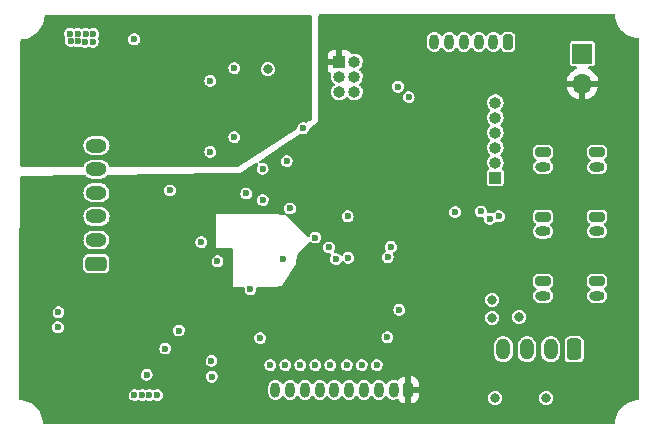
<source format=gbr>
%TF.GenerationSoftware,KiCad,Pcbnew,(6.0.8)*%
%TF.CreationDate,2023-03-18T00:57:18+01:00*%
%TF.ProjectId,WHEEL-07,57484545-4c2d-4303-972e-6b696361645f,rev?*%
%TF.SameCoordinates,Original*%
%TF.FileFunction,Copper,L3,Inr*%
%TF.FilePolarity,Positive*%
%FSLAX46Y46*%
G04 Gerber Fmt 4.6, Leading zero omitted, Abs format (unit mm)*
G04 Created by KiCad (PCBNEW (6.0.8)) date 2023-03-18 00:57:18*
%MOMM*%
%LPD*%
G01*
G04 APERTURE LIST*
G04 Aperture macros list*
%AMRoundRect*
0 Rectangle with rounded corners*
0 $1 Rounding radius*
0 $2 $3 $4 $5 $6 $7 $8 $9 X,Y pos of 4 corners*
0 Add a 4 corners polygon primitive as box body*
4,1,4,$2,$3,$4,$5,$6,$7,$8,$9,$2,$3,0*
0 Add four circle primitives for the rounded corners*
1,1,$1+$1,$2,$3*
1,1,$1+$1,$4,$5*
1,1,$1+$1,$6,$7*
1,1,$1+$1,$8,$9*
0 Add four rect primitives between the rounded corners*
20,1,$1+$1,$2,$3,$4,$5,0*
20,1,$1+$1,$4,$5,$6,$7,0*
20,1,$1+$1,$6,$7,$8,$9,0*
20,1,$1+$1,$8,$9,$2,$3,0*%
G04 Aperture macros list end*
%TA.AperFunction,ComponentPad*%
%ADD10O,1.200000X1.800000*%
%TD*%
%TA.AperFunction,ComponentPad*%
%ADD11RoundRect,0.250000X0.350000X0.650000X-0.350000X0.650000X-0.350000X-0.650000X0.350000X-0.650000X0*%
%TD*%
%TA.AperFunction,ComponentPad*%
%ADD12RoundRect,0.200000X-0.450000X0.200000X-0.450000X-0.200000X0.450000X-0.200000X0.450000X0.200000X0*%
%TD*%
%TA.AperFunction,ComponentPad*%
%ADD13O,1.300000X0.800000*%
%TD*%
%TA.AperFunction,ComponentPad*%
%ADD14RoundRect,0.200000X0.200000X0.450000X-0.200000X0.450000X-0.200000X-0.450000X0.200000X-0.450000X0*%
%TD*%
%TA.AperFunction,ComponentPad*%
%ADD15O,0.800000X1.300000*%
%TD*%
%TA.AperFunction,ComponentPad*%
%ADD16R,1.700000X1.700000*%
%TD*%
%TA.AperFunction,ComponentPad*%
%ADD17O,1.700000X1.700000*%
%TD*%
%TA.AperFunction,ComponentPad*%
%ADD18R,1.000000X1.000000*%
%TD*%
%TA.AperFunction,ComponentPad*%
%ADD19O,1.000000X1.000000*%
%TD*%
%TA.AperFunction,ComponentPad*%
%ADD20RoundRect,0.250000X0.650000X-0.350000X0.650000X0.350000X-0.650000X0.350000X-0.650000X-0.350000X0*%
%TD*%
%TA.AperFunction,ComponentPad*%
%ADD21O,1.800000X1.200000*%
%TD*%
%TA.AperFunction,ViaPad*%
%ADD22C,0.600000*%
%TD*%
%TA.AperFunction,ViaPad*%
%ADD23C,0.800000*%
%TD*%
G04 APERTURE END LIST*
D10*
%TO.N,GND*%
%TO.C,J5*%
X189405000Y-78930000D03*
%TO.N,PADDLE2_IN*%
X191405000Y-78930000D03*
%TO.N,GND*%
X193405000Y-78930000D03*
D11*
%TO.N,PADDLE1_IN*%
X195405000Y-78930000D03*
%TD*%
D12*
%TO.N,GND*%
%TO.C,J7*%
X197358000Y-73152000D03*
D13*
%TO.N,GPIO_3*%
X197358000Y-74402000D03*
%TD*%
D14*
%TO.N,TIM3_CH1*%
%TO.C,J17*%
X189815000Y-52890000D03*
D15*
%TO.N,TIM3_CH2*%
X188565000Y-52890000D03*
%TO.N,TIM3_CH3*%
X187315000Y-52890000D03*
%TO.N,TIM1_CH1*%
X186065000Y-52890000D03*
%TO.N,TIM1_CH2*%
X184815000Y-52890000D03*
%TO.N,TIM1_CH3*%
X183565000Y-52890000D03*
%TD*%
D16*
%TO.N,GND*%
%TO.C,J16*%
X196088000Y-53898800D03*
D17*
%TO.N,+3.3V*%
X196088000Y-56438800D03*
%TD*%
D12*
%TO.N,GND*%
%TO.C,J14*%
X197358000Y-62240000D03*
D13*
%TO.N,GPIO_7*%
X197358000Y-63490000D03*
%TD*%
D12*
%TO.N,GND*%
%TO.C,J10*%
X192786000Y-67701000D03*
D13*
%TO.N,GPIO_6*%
X192786000Y-68951000D03*
%TD*%
D14*
%TO.N,+3.3V*%
%TO.C,J12*%
X181357600Y-82346800D03*
D15*
%TO.N,GND*%
X180107600Y-82346800D03*
%TO.N,Net-(C31-Pad1)*%
X178857600Y-82346800D03*
%TO.N,Net-(C30-Pad1)*%
X177607600Y-82346800D03*
%TO.N,Net-(C29-Pad1)*%
X176357600Y-82346800D03*
%TO.N,Net-(C28-Pad1)*%
X175107600Y-82346800D03*
%TO.N,Net-(C32-Pad1)*%
X173857600Y-82346800D03*
%TO.N,Net-(C27-Pad1)*%
X172607600Y-82346800D03*
%TO.N,Net-(C26-Pad1)*%
X171357600Y-82346800D03*
%TO.N,Net-(C25-Pad1)*%
X170107600Y-82346800D03*
%TD*%
D18*
%TO.N,+3.3V*%
%TO.C,J11*%
X175524000Y-54605000D03*
D19*
%TO.N,GND*%
X176794000Y-54605000D03*
%TO.N,unconnected-(J11-Pad3)*%
X175524000Y-55875000D03*
%TO.N,NRST*%
X176794000Y-55875000D03*
%TO.N,SWCLK*%
X175524000Y-57145000D03*
%TO.N,SWDIO*%
X176794000Y-57145000D03*
%TD*%
D12*
%TO.N,GND*%
%TO.C,J8*%
X192786000Y-73152000D03*
D13*
%TO.N,GPIO_4*%
X192786000Y-74402000D03*
%TD*%
D12*
%TO.N,GND*%
%TO.C,J9*%
X197358000Y-67696000D03*
D13*
%TO.N,GPIO_5*%
X197358000Y-68946000D03*
%TD*%
D12*
%TO.N,GND*%
%TO.C,J15*%
X192786000Y-62230000D03*
D13*
%TO.N,GPIO_8*%
X192786000Y-63480000D03*
%TD*%
D18*
%TO.N,I2C2_SCL*%
%TO.C,J2*%
X188722000Y-64389000D03*
D19*
%TO.N,I2C2_SDA*%
X188722000Y-63119000D03*
%TO.N,SPI_CS*%
X188722000Y-61849000D03*
%TO.N,SPI2_SCK*%
X188722000Y-60579000D03*
%TO.N,SPI2_MISO*%
X188722000Y-59309000D03*
%TO.N,SPI2_MOSI*%
X188722000Y-58039000D03*
%TD*%
D20*
%TO.N,GND*%
%TO.C,J1*%
X154953200Y-71675000D03*
D21*
%TO.N,12V_CONN*%
X154953200Y-69675000D03*
%TO.N,/CAN_BUS/CAN1_H*%
X154953200Y-67675000D03*
%TO.N,/CAN_BUS/CAN1_L*%
X154953200Y-65675000D03*
%TO.N,/CAN_BUS/CAN2_H*%
X154953200Y-63675000D03*
%TO.N,/CAN_BUS/CAN2_L*%
X154953200Y-61675000D03*
%TD*%
D22*
%TO.N,GND*%
X169037000Y-66294000D03*
X168801700Y-77978000D03*
X166624000Y-55118000D03*
D23*
X188722000Y-83058000D03*
D22*
X152713400Y-52218000D03*
X154643800Y-52878400D03*
X159444500Y-82804000D03*
X158149000Y-52675200D03*
X161188400Y-65481200D03*
X152764200Y-52827600D03*
X153373800Y-52218000D03*
X172466000Y-60198000D03*
X164693600Y-79908400D03*
X165201600Y-71475600D03*
X154000332Y-52878399D03*
X164600000Y-56200000D03*
X153356866Y-52861466D03*
X154051132Y-52217999D03*
X160079500Y-82804000D03*
X179590539Y-77907639D03*
X154694600Y-52218000D03*
X158174500Y-82804000D03*
X163830000Y-69850000D03*
X181386517Y-57576683D03*
X179882800Y-70256400D03*
X161925000Y-77343000D03*
X170789600Y-71272400D03*
X166624000Y-60960000D03*
D23*
X193040000Y-83058000D03*
D22*
X164600000Y-62200000D03*
X180497517Y-56687683D03*
X151739600Y-75793600D03*
X188259800Y-67884800D03*
X169016717Y-63647283D03*
X167995600Y-73863200D03*
X187502800Y-67259200D03*
X151688800Y-77063600D03*
X158809500Y-82804000D03*
D23*
X169468800Y-55219600D03*
D22*
X176225200Y-67665600D03*
D23*
X188468000Y-74742000D03*
D22*
X175226422Y-71288273D03*
X160782000Y-78867000D03*
X180594000Y-75590400D03*
X174650400Y-70307200D03*
%TO.N,+3.3V*%
X154542066Y-75488800D03*
X162712400Y-74015600D03*
X155194000Y-77520800D03*
X155905200Y-77520800D03*
D23*
X195580000Y-83058000D03*
D22*
X154516668Y-76166133D03*
X181559200Y-74625200D03*
X154525134Y-76843466D03*
X155913666Y-75488800D03*
X177393600Y-68122800D03*
D23*
X183388000Y-74742000D03*
D22*
X155185534Y-76843466D03*
X179882800Y-67665600D03*
D23*
X191262000Y-83058000D03*
D22*
X189890400Y-66852800D03*
X174650400Y-66954400D03*
X178719517Y-57449683D03*
X155202466Y-75488800D03*
X185724800Y-68021200D03*
X155177068Y-76166133D03*
X168254717Y-64460083D03*
X155896734Y-76843466D03*
X154533600Y-77520800D03*
X184454800Y-66294000D03*
X155888268Y-76166133D03*
%TO.N,+3.3VA*%
X176276000Y-71170800D03*
%TO.N,+12V*%
X164719000Y-81254600D03*
X159198632Y-81090590D03*
%TO.N,+5V*%
X158784000Y-56282000D03*
X156879000Y-55647000D03*
X157514000Y-56282000D03*
X166624000Y-53594000D03*
X158149000Y-56282000D03*
X156879000Y-56282000D03*
X156879000Y-55012000D03*
X166624000Y-59436000D03*
D23*
%TO.N,Net-(C23-Pad1)*%
X188468000Y-76266000D03*
%TO.N,Net-(C24-Pad1)*%
X190754000Y-76200000D03*
D22*
%TO.N,I2C2_SCL*%
X189028333Y-67664435D03*
%TO.N,I2C2_SDA*%
X185318400Y-67310000D03*
%TO.N,GPIO_3*%
X179616817Y-71123922D03*
%TO.N,NRST*%
X173482000Y-69469000D03*
%TO.N,Net-(C31-Pad1)*%
X178689000Y-80264000D03*
%TO.N,Net-(C30-Pad1)*%
X177419000Y-80264000D03*
%TO.N,Net-(C29-Pad1)*%
X176149000Y-80264000D03*
%TO.N,Net-(C28-Pad1)*%
X174752000Y-80264000D03*
%TO.N,Net-(C32-Pad1)*%
X173482000Y-80264000D03*
%TO.N,Net-(C27-Pad1)*%
X172212000Y-80264000D03*
%TO.N,Net-(C26-Pad1)*%
X170942000Y-80264000D03*
%TO.N,Net-(C25-Pad1)*%
X169672000Y-80264000D03*
%TO.N,BOOT0*%
X171058500Y-62992000D03*
%TO.N,LED_STATUS*%
X171348400Y-67005200D03*
X167640000Y-65735200D03*
%TD*%
%TA.AperFunction,Conductor*%
%TO.N,+5V*%
G36*
X173170121Y-50677343D02*
G01*
X173216614Y-50730999D01*
X173228000Y-50783341D01*
X173228000Y-59367622D01*
X173207998Y-59435743D01*
X173170668Y-59473266D01*
X172784147Y-59724504D01*
X172716131Y-59744858D01*
X172678764Y-59736748D01*
X172678095Y-59738985D01*
X172540739Y-59697907D01*
X172531763Y-59697852D01*
X172531762Y-59697852D01*
X172471555Y-59697484D01*
X172397376Y-59697031D01*
X172259529Y-59736428D01*
X172138280Y-59812930D01*
X172043377Y-59920388D01*
X171982447Y-60050163D01*
X171960391Y-60191823D01*
X171960811Y-60195035D01*
X171940828Y-60260144D01*
X171904337Y-60296381D01*
X168149884Y-62736775D01*
X168146050Y-62739170D01*
X166907926Y-63482045D01*
X166843101Y-63500000D01*
X156129493Y-63500000D01*
X156061372Y-63479998D01*
X156014879Y-63426342D01*
X156010219Y-63414615D01*
X155982097Y-63332007D01*
X155941641Y-63266246D01*
X155891685Y-63185045D01*
X155887994Y-63179045D01*
X155883068Y-63174014D01*
X155883065Y-63174011D01*
X155822224Y-63111883D01*
X155762341Y-63050732D01*
X155745613Y-63039951D01*
X155617309Y-62957265D01*
X155611383Y-62953446D01*
X155604763Y-62951037D01*
X155604760Y-62951035D01*
X155449239Y-62894430D01*
X155449236Y-62894429D01*
X155442622Y-62892022D01*
X155385892Y-62884856D01*
X155307845Y-62874996D01*
X155307842Y-62874996D01*
X155303917Y-62874500D01*
X154608045Y-62874500D01*
X154474728Y-62889454D01*
X154468075Y-62891771D01*
X154468074Y-62891771D01*
X154399749Y-62915564D01*
X154305127Y-62948515D01*
X154299153Y-62952248D01*
X154299151Y-62952249D01*
X154215766Y-63004354D01*
X154152825Y-63043684D01*
X154088835Y-63107229D01*
X154030390Y-63165267D01*
X154030387Y-63165271D01*
X154025393Y-63170230D01*
X153929163Y-63321864D01*
X153926797Y-63328509D01*
X153895548Y-63416266D01*
X153853854Y-63473731D01*
X153787712Y-63499531D01*
X153776849Y-63500000D01*
X148640500Y-63500000D01*
X148572379Y-63479998D01*
X148525886Y-63426342D01*
X148514500Y-63374000D01*
X148514500Y-61669376D01*
X153847655Y-61669376D01*
X153848391Y-61676379D01*
X153848391Y-61676380D01*
X153864092Y-61825763D01*
X153866427Y-61847983D01*
X153924303Y-62017993D01*
X153927993Y-62023991D01*
X153927994Y-62023993D01*
X153948966Y-62058082D01*
X154018406Y-62170955D01*
X154023332Y-62175986D01*
X154023335Y-62175989D01*
X154058947Y-62212354D01*
X154144059Y-62299268D01*
X154149984Y-62303087D01*
X154149986Y-62303088D01*
X154187205Y-62327074D01*
X154295017Y-62396554D01*
X154301637Y-62398963D01*
X154301640Y-62398965D01*
X154457161Y-62455570D01*
X154457164Y-62455571D01*
X154463778Y-62457978D01*
X154490321Y-62461331D01*
X154598555Y-62475004D01*
X154598558Y-62475004D01*
X154602483Y-62475500D01*
X155298355Y-62475500D01*
X155431672Y-62460546D01*
X155439047Y-62457978D01*
X155506651Y-62434436D01*
X155601273Y-62401485D01*
X155609165Y-62396554D01*
X155747601Y-62310049D01*
X155753575Y-62306316D01*
X155817565Y-62242771D01*
X155866856Y-62193823D01*
X164094391Y-62193823D01*
X164095555Y-62202725D01*
X164095555Y-62202728D01*
X164096814Y-62212354D01*
X164112980Y-62335979D01*
X164170720Y-62467203D01*
X164176497Y-62474076D01*
X164176498Y-62474077D01*
X164177277Y-62475004D01*
X164262970Y-62576948D01*
X164382313Y-62656390D01*
X164519157Y-62699142D01*
X164528129Y-62699306D01*
X164528132Y-62699307D01*
X164593463Y-62700504D01*
X164662499Y-62701770D01*
X164671533Y-62699307D01*
X164792158Y-62666421D01*
X164792160Y-62666420D01*
X164800817Y-62664060D01*
X164922991Y-62589045D01*
X165019200Y-62482754D01*
X165060384Y-62397751D01*
X165077795Y-62361814D01*
X165077795Y-62361813D01*
X165081710Y-62353733D01*
X165105496Y-62212354D01*
X165105647Y-62200000D01*
X165085323Y-62058082D01*
X165071708Y-62028136D01*
X165029700Y-61935746D01*
X165025984Y-61927572D01*
X165007598Y-61906234D01*
X164938260Y-61825763D01*
X164938257Y-61825760D01*
X164932400Y-61818963D01*
X164812095Y-61740985D01*
X164674739Y-61699907D01*
X164665763Y-61699852D01*
X164665762Y-61699852D01*
X164605555Y-61699484D01*
X164531376Y-61699031D01*
X164393529Y-61738428D01*
X164272280Y-61814930D01*
X164266338Y-61821658D01*
X164266337Y-61821659D01*
X164237197Y-61854654D01*
X164177377Y-61922388D01*
X164116447Y-62052163D01*
X164115066Y-62061035D01*
X164097168Y-62175989D01*
X164094391Y-62193823D01*
X155866856Y-62193823D01*
X155876010Y-62184733D01*
X155876013Y-62184729D01*
X155881007Y-62179770D01*
X155977237Y-62028136D01*
X156011999Y-61930514D01*
X156035119Y-61865586D01*
X156035120Y-61865581D01*
X156037481Y-61858951D01*
X156038314Y-61851965D01*
X156038315Y-61851961D01*
X156056452Y-61699852D01*
X156058745Y-61680624D01*
X156039973Y-61502017D01*
X155989496Y-61353741D01*
X155984368Y-61338677D01*
X155984367Y-61338674D01*
X155982097Y-61332007D01*
X155887994Y-61179045D01*
X155883068Y-61174014D01*
X155883065Y-61174011D01*
X155806650Y-61095979D01*
X155762341Y-61050732D01*
X155745613Y-61039951D01*
X155617309Y-60957265D01*
X155611968Y-60953823D01*
X166118391Y-60953823D01*
X166119555Y-60962725D01*
X166119555Y-60962728D01*
X166120814Y-60972354D01*
X166136980Y-61095979D01*
X166194720Y-61227203D01*
X166200497Y-61234076D01*
X166200498Y-61234077D01*
X166277773Y-61326007D01*
X166286970Y-61336948D01*
X166406313Y-61416390D01*
X166543157Y-61459142D01*
X166552129Y-61459306D01*
X166552132Y-61459307D01*
X166617463Y-61460504D01*
X166686499Y-61461770D01*
X166695533Y-61459307D01*
X166816158Y-61426421D01*
X166816160Y-61426420D01*
X166824817Y-61424060D01*
X166946991Y-61349045D01*
X167043200Y-61242754D01*
X167078089Y-61170743D01*
X167101795Y-61121814D01*
X167101795Y-61121813D01*
X167105710Y-61113733D01*
X167129496Y-60972354D01*
X167129647Y-60960000D01*
X167109323Y-60818082D01*
X167049984Y-60687572D01*
X167028001Y-60662060D01*
X166962260Y-60585763D01*
X166962257Y-60585760D01*
X166956400Y-60578963D01*
X166836095Y-60500985D01*
X166698739Y-60459907D01*
X166689763Y-60459852D01*
X166689762Y-60459852D01*
X166629555Y-60459484D01*
X166555376Y-60459031D01*
X166417529Y-60498428D01*
X166296280Y-60574930D01*
X166201377Y-60682388D01*
X166140447Y-60812163D01*
X166139066Y-60821035D01*
X166128151Y-60891140D01*
X166118391Y-60953823D01*
X155611968Y-60953823D01*
X155611383Y-60953446D01*
X155604763Y-60951037D01*
X155604760Y-60951035D01*
X155449239Y-60894430D01*
X155449236Y-60894429D01*
X155442622Y-60892022D01*
X155385892Y-60884856D01*
X155307845Y-60874996D01*
X155307842Y-60874996D01*
X155303917Y-60874500D01*
X154608045Y-60874500D01*
X154474728Y-60889454D01*
X154468075Y-60891771D01*
X154468074Y-60891771D01*
X154399749Y-60915564D01*
X154305127Y-60948515D01*
X154299153Y-60952248D01*
X154299151Y-60952249D01*
X154259303Y-60977149D01*
X154152825Y-61043684D01*
X154109131Y-61087074D01*
X154030390Y-61165267D01*
X154030387Y-61165271D01*
X154025393Y-61170230D01*
X153929163Y-61321864D01*
X153926798Y-61328506D01*
X153871281Y-61484414D01*
X153871280Y-61484419D01*
X153868919Y-61491049D01*
X153868086Y-61498035D01*
X153868085Y-61498039D01*
X153852848Y-61625823D01*
X153847655Y-61669376D01*
X148514500Y-61669376D01*
X148514500Y-56193823D01*
X164094391Y-56193823D01*
X164095555Y-56202725D01*
X164095555Y-56202728D01*
X164096814Y-56212354D01*
X164112980Y-56335979D01*
X164170720Y-56467203D01*
X164176497Y-56474076D01*
X164176498Y-56474077D01*
X164183792Y-56482754D01*
X164262970Y-56576948D01*
X164382313Y-56656390D01*
X164519157Y-56699142D01*
X164528129Y-56699306D01*
X164528132Y-56699307D01*
X164593463Y-56700504D01*
X164662499Y-56701770D01*
X164671533Y-56699307D01*
X164792158Y-56666421D01*
X164792160Y-56666420D01*
X164800817Y-56664060D01*
X164922991Y-56589045D01*
X165019200Y-56482754D01*
X165081710Y-56353733D01*
X165105496Y-56212354D01*
X165105647Y-56200000D01*
X165085323Y-56058082D01*
X165025984Y-55927572D01*
X165007598Y-55906234D01*
X164938260Y-55825763D01*
X164938257Y-55825760D01*
X164932400Y-55818963D01*
X164812095Y-55740985D01*
X164674739Y-55699907D01*
X164665763Y-55699852D01*
X164665762Y-55699852D01*
X164605555Y-55699484D01*
X164531376Y-55699031D01*
X164393529Y-55738428D01*
X164272280Y-55814930D01*
X164266338Y-55821658D01*
X164266337Y-55821659D01*
X164263137Y-55825282D01*
X164177377Y-55922388D01*
X164116447Y-56052163D01*
X164094391Y-56193823D01*
X148514500Y-56193823D01*
X148514500Y-55111823D01*
X166118391Y-55111823D01*
X166119555Y-55120725D01*
X166119555Y-55120728D01*
X166120814Y-55130354D01*
X166136980Y-55253979D01*
X166194720Y-55385203D01*
X166200497Y-55392076D01*
X166200498Y-55392077D01*
X166207792Y-55400754D01*
X166286970Y-55494948D01*
X166406313Y-55574390D01*
X166543157Y-55617142D01*
X166552129Y-55617306D01*
X166552132Y-55617307D01*
X166617463Y-55618504D01*
X166686499Y-55619770D01*
X166695533Y-55617307D01*
X166816158Y-55584421D01*
X166816160Y-55584420D01*
X166824817Y-55582060D01*
X166946991Y-55507045D01*
X167043200Y-55400754D01*
X167105710Y-55271733D01*
X167114481Y-55219600D01*
X168863118Y-55219600D01*
X168883756Y-55376362D01*
X168944264Y-55522441D01*
X169040518Y-55647882D01*
X169165959Y-55744136D01*
X169312038Y-55804644D01*
X169468800Y-55825282D01*
X169476988Y-55824204D01*
X169496320Y-55821659D01*
X169625562Y-55804644D01*
X169771641Y-55744136D01*
X169897082Y-55647882D01*
X169993336Y-55522441D01*
X170053844Y-55376362D01*
X170074482Y-55219600D01*
X170053844Y-55062838D01*
X169993336Y-54916759D01*
X169897082Y-54791318D01*
X169771641Y-54695064D01*
X169625562Y-54634556D01*
X169468800Y-54613918D01*
X169312038Y-54634556D01*
X169165959Y-54695064D01*
X169040518Y-54791318D01*
X168944264Y-54916759D01*
X168883756Y-55062838D01*
X168863118Y-55219600D01*
X167114481Y-55219600D01*
X167129496Y-55130354D01*
X167129647Y-55118000D01*
X167109323Y-54976082D01*
X167049984Y-54845572D01*
X167003236Y-54791318D01*
X166962260Y-54743763D01*
X166962257Y-54743760D01*
X166956400Y-54736963D01*
X166836095Y-54658985D01*
X166698739Y-54617907D01*
X166689763Y-54617852D01*
X166689762Y-54617852D01*
X166629555Y-54617484D01*
X166555376Y-54617031D01*
X166417529Y-54656428D01*
X166296280Y-54732930D01*
X166201377Y-54840388D01*
X166140447Y-54970163D01*
X166139066Y-54979035D01*
X166127206Y-55055209D01*
X166118391Y-55111823D01*
X148514500Y-55111823D01*
X148514500Y-52805300D01*
X148534502Y-52737179D01*
X148588158Y-52690686D01*
X148632258Y-52679570D01*
X148664249Y-52677474D01*
X148688826Y-52675863D01*
X148688830Y-52675862D01*
X148692941Y-52675593D01*
X148696981Y-52674789D01*
X148696984Y-52674789D01*
X148783008Y-52657678D01*
X148967109Y-52621059D01*
X148971013Y-52619734D01*
X148971016Y-52619733D01*
X149227908Y-52532531D01*
X149227909Y-52532530D01*
X149231814Y-52531205D01*
X149482526Y-52407569D01*
X149598740Y-52329918D01*
X149711527Y-52254558D01*
X149711532Y-52254554D01*
X149714955Y-52252267D01*
X149761074Y-52211823D01*
X152207791Y-52211823D01*
X152208955Y-52220725D01*
X152208955Y-52220728D01*
X152213379Y-52254558D01*
X152226380Y-52353979D01*
X152284120Y-52485203D01*
X152289898Y-52492077D01*
X152294640Y-52499695D01*
X152293072Y-52500671D01*
X152317173Y-52555604D01*
X152306256Y-52625218D01*
X152280647Y-52679763D01*
X152273088Y-52728313D01*
X152260186Y-52811179D01*
X152258591Y-52821423D01*
X152259755Y-52830325D01*
X152259755Y-52830328D01*
X152266677Y-52883259D01*
X152277180Y-52963579D01*
X152334920Y-53094803D01*
X152340697Y-53101676D01*
X152340698Y-53101677D01*
X152383904Y-53153077D01*
X152427170Y-53204548D01*
X152434647Y-53209525D01*
X152528713Y-53272141D01*
X152546513Y-53283990D01*
X152683357Y-53326742D01*
X152692329Y-53326906D01*
X152692332Y-53326907D01*
X152757663Y-53328104D01*
X152826699Y-53329370D01*
X152835733Y-53326907D01*
X152956358Y-53294021D01*
X152956360Y-53294020D01*
X152965017Y-53291660D01*
X152972664Y-53286965D01*
X152980906Y-53283398D01*
X152982242Y-53286486D01*
X153034990Y-53272168D01*
X153102221Y-53293255D01*
X153139179Y-53317856D01*
X153276023Y-53360608D01*
X153284995Y-53360772D01*
X153284998Y-53360773D01*
X153350329Y-53361970D01*
X153419365Y-53363236D01*
X153428399Y-53360773D01*
X153549024Y-53327887D01*
X153549026Y-53327886D01*
X153557683Y-53325526D01*
X153598798Y-53300281D01*
X153667313Y-53281684D01*
X153734544Y-53302770D01*
X153782645Y-53334789D01*
X153791220Y-53337468D01*
X153807196Y-53342459D01*
X153919489Y-53377541D01*
X153928461Y-53377705D01*
X153928464Y-53377706D01*
X153993795Y-53378903D01*
X154062831Y-53380169D01*
X154071495Y-53377807D01*
X154192490Y-53344820D01*
X154192492Y-53344819D01*
X154201149Y-53342459D01*
X154242667Y-53316967D01*
X154255496Y-53309090D01*
X154324014Y-53290493D01*
X154391242Y-53311578D01*
X154426113Y-53334790D01*
X154562957Y-53377542D01*
X154571929Y-53377706D01*
X154571932Y-53377707D01*
X154637263Y-53378904D01*
X154706299Y-53380170D01*
X154714963Y-53377808D01*
X154835958Y-53344821D01*
X154835960Y-53344820D01*
X154844617Y-53342460D01*
X154966791Y-53267445D01*
X154975233Y-53258119D01*
X155056978Y-53167807D01*
X155063000Y-53161154D01*
X155125510Y-53032133D01*
X155149296Y-52890754D01*
X155149447Y-52878400D01*
X155141095Y-52820081D01*
X155130396Y-52745368D01*
X155130395Y-52745365D01*
X155129123Y-52736482D01*
X155108301Y-52690686D01*
X155098452Y-52669023D01*
X157643391Y-52669023D01*
X157644555Y-52677925D01*
X157644555Y-52677928D01*
X157646441Y-52692349D01*
X157661980Y-52811179D01*
X157719720Y-52942403D01*
X157725497Y-52949276D01*
X157725498Y-52949277D01*
X157730035Y-52954674D01*
X157811970Y-53052148D01*
X157931313Y-53131590D01*
X158068157Y-53174342D01*
X158077129Y-53174506D01*
X158077132Y-53174507D01*
X158142463Y-53175704D01*
X158211499Y-53176970D01*
X158220533Y-53174507D01*
X158341158Y-53141621D01*
X158341160Y-53141620D01*
X158349817Y-53139260D01*
X158471991Y-53064245D01*
X158509070Y-53023281D01*
X158562178Y-52964607D01*
X158568200Y-52957954D01*
X158604389Y-52883259D01*
X158626795Y-52837014D01*
X158626795Y-52837013D01*
X158630710Y-52828933D01*
X158654496Y-52687554D01*
X158654647Y-52675200D01*
X158640000Y-52572924D01*
X158635596Y-52542168D01*
X158635595Y-52542165D01*
X158634323Y-52533282D01*
X158619534Y-52500754D01*
X158611538Y-52483169D01*
X158574984Y-52402772D01*
X158525268Y-52345074D01*
X158487260Y-52300963D01*
X158487257Y-52300960D01*
X158481400Y-52294163D01*
X158361095Y-52216185D01*
X158223739Y-52175107D01*
X158214763Y-52175052D01*
X158214762Y-52175052D01*
X158154555Y-52174684D01*
X158080376Y-52174231D01*
X157942529Y-52213628D01*
X157821280Y-52290130D01*
X157726377Y-52397588D01*
X157665447Y-52527363D01*
X157661568Y-52552278D01*
X157650734Y-52621863D01*
X157643391Y-52669023D01*
X155098452Y-52669023D01*
X155086914Y-52643647D01*
X155076928Y-52573356D01*
X155104060Y-52515730D01*
X155102756Y-52514850D01*
X155107772Y-52507414D01*
X155113800Y-52500754D01*
X155121335Y-52485203D01*
X155172395Y-52379814D01*
X155172395Y-52379813D01*
X155176310Y-52371733D01*
X155200096Y-52230354D01*
X155200247Y-52218000D01*
X155179923Y-52076082D01*
X155120584Y-51945572D01*
X155100782Y-51922591D01*
X155032860Y-51843763D01*
X155032857Y-51843760D01*
X155027000Y-51836963D01*
X154906695Y-51758985D01*
X154769339Y-51717907D01*
X154760363Y-51717852D01*
X154760362Y-51717852D01*
X154700155Y-51717484D01*
X154625976Y-51717031D01*
X154488129Y-51756428D01*
X154480544Y-51761214D01*
X154480540Y-51761216D01*
X154440314Y-51786597D01*
X154372029Y-51806031D01*
X154304550Y-51785769D01*
X154263227Y-51758984D01*
X154125871Y-51717906D01*
X154116895Y-51717851D01*
X154116894Y-51717851D01*
X154056687Y-51717483D01*
X153982508Y-51717030D01*
X153844661Y-51756427D01*
X153779683Y-51797425D01*
X153711401Y-51816858D01*
X153643920Y-51796595D01*
X153585895Y-51758985D01*
X153448539Y-51717907D01*
X153439563Y-51717852D01*
X153439562Y-51717852D01*
X153379355Y-51717484D01*
X153305176Y-51717031D01*
X153167329Y-51756428D01*
X153159741Y-51761216D01*
X153159738Y-51761217D01*
X153110935Y-51792010D01*
X153042650Y-51811445D01*
X152975169Y-51791182D01*
X152925495Y-51758985D01*
X152788139Y-51717907D01*
X152779163Y-51717852D01*
X152779162Y-51717852D01*
X152718955Y-51717484D01*
X152644776Y-51717031D01*
X152506929Y-51756428D01*
X152385680Y-51832930D01*
X152290777Y-51940388D01*
X152229847Y-52070163D01*
X152220610Y-52129490D01*
X152213508Y-52175107D01*
X152207791Y-52211823D01*
X149761074Y-52211823D01*
X149925126Y-52067956D01*
X149927842Y-52064859D01*
X149927848Y-52064853D01*
X150106716Y-51860896D01*
X150109441Y-51857789D01*
X150264748Y-51625363D01*
X150388388Y-51374653D01*
X150478248Y-51109951D01*
X150488834Y-51056740D01*
X150531985Y-50839822D01*
X150531986Y-50839818D01*
X150532788Y-50835784D01*
X150534548Y-50808947D01*
X150536767Y-50775097D01*
X150561183Y-50708431D01*
X150617766Y-50665548D01*
X150662497Y-50657341D01*
X173102000Y-50657341D01*
X173170121Y-50677343D01*
G37*
%TD.AperFunction*%
%TD*%
%TA.AperFunction,Conductor*%
%TO.N,+3.3V*%
G36*
X198826774Y-50577843D02*
G01*
X198873267Y-50631499D01*
X198884383Y-50675598D01*
X198893123Y-50808900D01*
X198894032Y-50822772D01*
X198946029Y-51084152D01*
X199031697Y-51336509D01*
X199149571Y-51575525D01*
X199297634Y-51797111D01*
X199473353Y-51997476D01*
X199673721Y-52173191D01*
X199677144Y-52175478D01*
X199677149Y-52175482D01*
X199735337Y-52214361D01*
X199895310Y-52321250D01*
X199899005Y-52323072D01*
X199899010Y-52323075D01*
X200000877Y-52373309D01*
X200134329Y-52439119D01*
X200138233Y-52440444D01*
X200138235Y-52440445D01*
X200382781Y-52523456D01*
X200382784Y-52523457D01*
X200386688Y-52524782D01*
X200561110Y-52559476D01*
X200644026Y-52575969D01*
X200644029Y-52575969D01*
X200648069Y-52576773D01*
X200652180Y-52577042D01*
X200652184Y-52577043D01*
X200795241Y-52586419D01*
X200861907Y-52610833D01*
X200904792Y-52667415D01*
X200913000Y-52712149D01*
X200913000Y-83101492D01*
X200892998Y-83169613D01*
X200839342Y-83216106D01*
X200795241Y-83227222D01*
X200778957Y-83228289D01*
X200648067Y-83236868D01*
X200644017Y-83237674D01*
X200644014Y-83237674D01*
X200390726Y-83288057D01*
X200390723Y-83288058D01*
X200386685Y-83288861D01*
X200134326Y-83374527D01*
X200130636Y-83376347D01*
X200130633Y-83376348D01*
X199995724Y-83442879D01*
X199895307Y-83492400D01*
X199891874Y-83494694D01*
X199891872Y-83494695D01*
X199878376Y-83503713D01*
X199673719Y-83640462D01*
X199473353Y-83816182D01*
X199297637Y-84016552D01*
X199149579Y-84238143D01*
X199031711Y-84477164D01*
X199030386Y-84481069D01*
X199030383Y-84481075D01*
X198947377Y-84725618D01*
X198946051Y-84729525D01*
X198894063Y-84990908D01*
X198893793Y-84995021D01*
X198893793Y-84995025D01*
X198884420Y-85138079D01*
X198860007Y-85204746D01*
X198803427Y-85247632D01*
X198758690Y-85255841D01*
X174663979Y-85255842D01*
X150569268Y-85255842D01*
X150501147Y-85235840D01*
X150454654Y-85182184D01*
X150443538Y-85138080D01*
X150434165Y-84995032D01*
X150434164Y-84995025D01*
X150433895Y-84990915D01*
X150381909Y-84729537D01*
X150296250Y-84477180D01*
X150178385Y-84238164D01*
X150032917Y-84020450D01*
X150032620Y-84020005D01*
X150032616Y-84020000D01*
X150030329Y-84016577D01*
X149854617Y-83816212D01*
X149851520Y-83813496D01*
X149851514Y-83813490D01*
X149657359Y-83643218D01*
X149657357Y-83643217D01*
X149654255Y-83640496D01*
X149432672Y-83492436D01*
X149193658Y-83374565D01*
X149156572Y-83361976D01*
X148945216Y-83290230D01*
X148945212Y-83290229D01*
X148941303Y-83288902D01*
X148937259Y-83288098D01*
X148937253Y-83288096D01*
X148683965Y-83237713D01*
X148683959Y-83237712D01*
X148679926Y-83236910D01*
X148675821Y-83236641D01*
X148675814Y-83236640D01*
X148532758Y-83227264D01*
X148466091Y-83202850D01*
X148423207Y-83146268D01*
X148414999Y-83101534D01*
X148414999Y-82797823D01*
X157668891Y-82797823D01*
X157670055Y-82806725D01*
X157670055Y-82806728D01*
X157671314Y-82816354D01*
X157687480Y-82939979D01*
X157691097Y-82948199D01*
X157739411Y-83058000D01*
X157745220Y-83071203D01*
X157750997Y-83078076D01*
X157750998Y-83078077D01*
X157827942Y-83169613D01*
X157837470Y-83180948D01*
X157862698Y-83197741D01*
X157931015Y-83243217D01*
X157956813Y-83260390D01*
X158093657Y-83303142D01*
X158102629Y-83303306D01*
X158102632Y-83303307D01*
X158167963Y-83304504D01*
X158236999Y-83305770D01*
X158246033Y-83303307D01*
X158366658Y-83270421D01*
X158366660Y-83270420D01*
X158375317Y-83268060D01*
X158425258Y-83237396D01*
X158493776Y-83218798D01*
X158561005Y-83239883D01*
X158584341Y-83255417D01*
X158584346Y-83255419D01*
X158591813Y-83260390D01*
X158600380Y-83263066D01*
X158600381Y-83263067D01*
X158623921Y-83270421D01*
X158728657Y-83303142D01*
X158737629Y-83303306D01*
X158737632Y-83303307D01*
X158802963Y-83304504D01*
X158871999Y-83305770D01*
X158881033Y-83303307D01*
X159001658Y-83270421D01*
X159001660Y-83270420D01*
X159010317Y-83268060D01*
X159060258Y-83237396D01*
X159128776Y-83218798D01*
X159196005Y-83239883D01*
X159219341Y-83255417D01*
X159219346Y-83255419D01*
X159226813Y-83260390D01*
X159235380Y-83263066D01*
X159235381Y-83263067D01*
X159258921Y-83270421D01*
X159363657Y-83303142D01*
X159372629Y-83303306D01*
X159372632Y-83303307D01*
X159437963Y-83304504D01*
X159506999Y-83305770D01*
X159516033Y-83303307D01*
X159636658Y-83270421D01*
X159636660Y-83270420D01*
X159645317Y-83268060D01*
X159695258Y-83237396D01*
X159763776Y-83218798D01*
X159831005Y-83239883D01*
X159854341Y-83255417D01*
X159854346Y-83255419D01*
X159861813Y-83260390D01*
X159870380Y-83263066D01*
X159870381Y-83263067D01*
X159893921Y-83270421D01*
X159998657Y-83303142D01*
X160007629Y-83303306D01*
X160007632Y-83303307D01*
X160072963Y-83304504D01*
X160141999Y-83305770D01*
X160151033Y-83303307D01*
X160271658Y-83270421D01*
X160271660Y-83270420D01*
X160280317Y-83268060D01*
X160402491Y-83193045D01*
X160423701Y-83169613D01*
X160492678Y-83093407D01*
X160498700Y-83086754D01*
X160561210Y-82957733D01*
X160584996Y-82816354D01*
X160585147Y-82804000D01*
X160564823Y-82662082D01*
X160553038Y-82636161D01*
X169507100Y-82636161D01*
X169507638Y-82640247D01*
X169507638Y-82640248D01*
X169510901Y-82665035D01*
X169522556Y-82753562D01*
X169583064Y-82899641D01*
X169679318Y-83025082D01*
X169804759Y-83121336D01*
X169950838Y-83181844D01*
X170107600Y-83202482D01*
X170115788Y-83201404D01*
X170143612Y-83197741D01*
X170264362Y-83181844D01*
X170410441Y-83121336D01*
X170535882Y-83025082D01*
X170632136Y-82899641D01*
X170634801Y-82901686D01*
X170674850Y-82863491D01*
X170744562Y-82850046D01*
X170810476Y-82876425D01*
X170831580Y-82900780D01*
X170833064Y-82899641D01*
X170929318Y-83025082D01*
X171054759Y-83121336D01*
X171200838Y-83181844D01*
X171357600Y-83202482D01*
X171365788Y-83201404D01*
X171393612Y-83197741D01*
X171514362Y-83181844D01*
X171660441Y-83121336D01*
X171785882Y-83025082D01*
X171882136Y-82899641D01*
X171884801Y-82901686D01*
X171924850Y-82863491D01*
X171994562Y-82850046D01*
X172060476Y-82876425D01*
X172081580Y-82900780D01*
X172083064Y-82899641D01*
X172179318Y-83025082D01*
X172304759Y-83121336D01*
X172450838Y-83181844D01*
X172607600Y-83202482D01*
X172615788Y-83201404D01*
X172643612Y-83197741D01*
X172764362Y-83181844D01*
X172910441Y-83121336D01*
X173035882Y-83025082D01*
X173132136Y-82899641D01*
X173134801Y-82901686D01*
X173174850Y-82863491D01*
X173244562Y-82850046D01*
X173310476Y-82876425D01*
X173331580Y-82900780D01*
X173333064Y-82899641D01*
X173429318Y-83025082D01*
X173554759Y-83121336D01*
X173700838Y-83181844D01*
X173857600Y-83202482D01*
X173865788Y-83201404D01*
X173893612Y-83197741D01*
X174014362Y-83181844D01*
X174160441Y-83121336D01*
X174285882Y-83025082D01*
X174382136Y-82899641D01*
X174384801Y-82901686D01*
X174424850Y-82863491D01*
X174494562Y-82850046D01*
X174560476Y-82876425D01*
X174581580Y-82900780D01*
X174583064Y-82899641D01*
X174679318Y-83025082D01*
X174804759Y-83121336D01*
X174950838Y-83181844D01*
X175107600Y-83202482D01*
X175115788Y-83201404D01*
X175143612Y-83197741D01*
X175264362Y-83181844D01*
X175410441Y-83121336D01*
X175535882Y-83025082D01*
X175632136Y-82899641D01*
X175634801Y-82901686D01*
X175674850Y-82863491D01*
X175744562Y-82850046D01*
X175810476Y-82876425D01*
X175831580Y-82900780D01*
X175833064Y-82899641D01*
X175929318Y-83025082D01*
X176054759Y-83121336D01*
X176200838Y-83181844D01*
X176357600Y-83202482D01*
X176365788Y-83201404D01*
X176393612Y-83197741D01*
X176514362Y-83181844D01*
X176660441Y-83121336D01*
X176785882Y-83025082D01*
X176882136Y-82899641D01*
X176884801Y-82901686D01*
X176924850Y-82863491D01*
X176994562Y-82850046D01*
X177060476Y-82876425D01*
X177081580Y-82900780D01*
X177083064Y-82899641D01*
X177179318Y-83025082D01*
X177304759Y-83121336D01*
X177450838Y-83181844D01*
X177607600Y-83202482D01*
X177615788Y-83201404D01*
X177643612Y-83197741D01*
X177764362Y-83181844D01*
X177910441Y-83121336D01*
X178035882Y-83025082D01*
X178132136Y-82899641D01*
X178134801Y-82901686D01*
X178174850Y-82863491D01*
X178244562Y-82850046D01*
X178310476Y-82876425D01*
X178331580Y-82900780D01*
X178333064Y-82899641D01*
X178429318Y-83025082D01*
X178554759Y-83121336D01*
X178700838Y-83181844D01*
X178857600Y-83202482D01*
X178865788Y-83201404D01*
X178893612Y-83197741D01*
X179014362Y-83181844D01*
X179160441Y-83121336D01*
X179285882Y-83025082D01*
X179382136Y-82899641D01*
X179384801Y-82901686D01*
X179424850Y-82863491D01*
X179494562Y-82850046D01*
X179560476Y-82876425D01*
X179581580Y-82900780D01*
X179583064Y-82899641D01*
X179679318Y-83025082D01*
X179804759Y-83121336D01*
X179950838Y-83181844D01*
X180107600Y-83202482D01*
X180115788Y-83201404D01*
X180143612Y-83197741D01*
X180264362Y-83181844D01*
X180271991Y-83178684D01*
X180403184Y-83124342D01*
X180473774Y-83116753D01*
X180537261Y-83148532D01*
X180559178Y-83175479D01*
X180592421Y-83230370D01*
X180601731Y-83242243D01*
X180712157Y-83352669D01*
X180724026Y-83361976D01*
X180857612Y-83442879D01*
X180871357Y-83449085D01*
X181021244Y-83496056D01*
X181034294Y-83498669D01*
X181089186Y-83503713D01*
X181100724Y-83500325D01*
X181101929Y-83498935D01*
X181103600Y-83491252D01*
X181103600Y-83486684D01*
X181611600Y-83486684D01*
X181616075Y-83501923D01*
X181617465Y-83503128D01*
X181621894Y-83504091D01*
X181680915Y-83498668D01*
X181693951Y-83496057D01*
X181843843Y-83449085D01*
X181857588Y-83442879D01*
X181991174Y-83361976D01*
X182003043Y-83352669D01*
X182113469Y-83242243D01*
X182122779Y-83230370D01*
X182203679Y-83096788D01*
X182209885Y-83083043D01*
X182217733Y-83058000D01*
X188116318Y-83058000D01*
X188136956Y-83214762D01*
X188140116Y-83222391D01*
X188143421Y-83230370D01*
X188197464Y-83360841D01*
X188293718Y-83486282D01*
X188300264Y-83491305D01*
X188309860Y-83498668D01*
X188419159Y-83582536D01*
X188565238Y-83643044D01*
X188722000Y-83663682D01*
X188730188Y-83662604D01*
X188870574Y-83644122D01*
X188878762Y-83643044D01*
X189024841Y-83582536D01*
X189134140Y-83498668D01*
X189143736Y-83491305D01*
X189150282Y-83486282D01*
X189246536Y-83360841D01*
X189300579Y-83230370D01*
X189303884Y-83222391D01*
X189307044Y-83214762D01*
X189327682Y-83058000D01*
X192434318Y-83058000D01*
X192454956Y-83214762D01*
X192458116Y-83222391D01*
X192461421Y-83230370D01*
X192515464Y-83360841D01*
X192611718Y-83486282D01*
X192618264Y-83491305D01*
X192627860Y-83498668D01*
X192737159Y-83582536D01*
X192883238Y-83643044D01*
X193040000Y-83663682D01*
X193048188Y-83662604D01*
X193188574Y-83644122D01*
X193196762Y-83643044D01*
X193342841Y-83582536D01*
X193452140Y-83498668D01*
X193461736Y-83491305D01*
X193468282Y-83486282D01*
X193564536Y-83360841D01*
X193618579Y-83230370D01*
X193621884Y-83222391D01*
X193625044Y-83214762D01*
X193645682Y-83058000D01*
X193625044Y-82901238D01*
X193564536Y-82755159D01*
X193468282Y-82629718D01*
X193342841Y-82533464D01*
X193196762Y-82472956D01*
X193040000Y-82452318D01*
X192883238Y-82472956D01*
X192737159Y-82533464D01*
X192611718Y-82629718D01*
X192515464Y-82755159D01*
X192454956Y-82901238D01*
X192434318Y-83058000D01*
X189327682Y-83058000D01*
X189307044Y-82901238D01*
X189246536Y-82755159D01*
X189150282Y-82629718D01*
X189024841Y-82533464D01*
X188878762Y-82472956D01*
X188722000Y-82452318D01*
X188565238Y-82472956D01*
X188419159Y-82533464D01*
X188293718Y-82629718D01*
X188197464Y-82755159D01*
X188136956Y-82901238D01*
X188116318Y-83058000D01*
X182217733Y-83058000D01*
X182256856Y-82933156D01*
X182259469Y-82920106D01*
X182265334Y-82856279D01*
X182265600Y-82850491D01*
X182265600Y-82618915D01*
X182261125Y-82603676D01*
X182259735Y-82602471D01*
X182252052Y-82600800D01*
X181629715Y-82600800D01*
X181614476Y-82605275D01*
X181613271Y-82606665D01*
X181611600Y-82614348D01*
X181611600Y-83486684D01*
X181103600Y-83486684D01*
X181103600Y-82074685D01*
X181611600Y-82074685D01*
X181616075Y-82089924D01*
X181617465Y-82091129D01*
X181625148Y-82092800D01*
X182247484Y-82092800D01*
X182262723Y-82088325D01*
X182263928Y-82086935D01*
X182265599Y-82079252D01*
X182265599Y-81843095D01*
X182265336Y-81837346D01*
X182259468Y-81773485D01*
X182256857Y-81760449D01*
X182209885Y-81610557D01*
X182203679Y-81596812D01*
X182122776Y-81463226D01*
X182113469Y-81451357D01*
X182003043Y-81340931D01*
X181991174Y-81331624D01*
X181857588Y-81250721D01*
X181843843Y-81244515D01*
X181693956Y-81197544D01*
X181680906Y-81194931D01*
X181626014Y-81189887D01*
X181614476Y-81193275D01*
X181613271Y-81194665D01*
X181611600Y-81202348D01*
X181611600Y-82074685D01*
X181103600Y-82074685D01*
X181103600Y-81206916D01*
X181099125Y-81191677D01*
X181097735Y-81190472D01*
X181093306Y-81189509D01*
X181034285Y-81194932D01*
X181021249Y-81197543D01*
X180871357Y-81244515D01*
X180857612Y-81250721D01*
X180724026Y-81331624D01*
X180712157Y-81340931D01*
X180601731Y-81451357D01*
X180592424Y-81463226D01*
X180559178Y-81518121D01*
X180506780Y-81566027D01*
X180436800Y-81578000D01*
X180403184Y-81569258D01*
X180271991Y-81514916D01*
X180264362Y-81511756D01*
X180107600Y-81491118D01*
X179950838Y-81511756D01*
X179804759Y-81572264D01*
X179679318Y-81668518D01*
X179674295Y-81675064D01*
X179613797Y-81753907D01*
X179583064Y-81793959D01*
X179580399Y-81791914D01*
X179540350Y-81830109D01*
X179470638Y-81843554D01*
X179404724Y-81817175D01*
X179383620Y-81792820D01*
X179382136Y-81793959D01*
X179290905Y-81675064D01*
X179285882Y-81668518D01*
X179160441Y-81572264D01*
X179014362Y-81511756D01*
X178857600Y-81491118D01*
X178700838Y-81511756D01*
X178554759Y-81572264D01*
X178429318Y-81668518D01*
X178424295Y-81675064D01*
X178363797Y-81753907D01*
X178333064Y-81793959D01*
X178330399Y-81791914D01*
X178290350Y-81830109D01*
X178220638Y-81843554D01*
X178154724Y-81817175D01*
X178133620Y-81792820D01*
X178132136Y-81793959D01*
X178040905Y-81675064D01*
X178035882Y-81668518D01*
X177910441Y-81572264D01*
X177764362Y-81511756D01*
X177607600Y-81491118D01*
X177450838Y-81511756D01*
X177304759Y-81572264D01*
X177179318Y-81668518D01*
X177174295Y-81675064D01*
X177113797Y-81753907D01*
X177083064Y-81793959D01*
X177080399Y-81791914D01*
X177040350Y-81830109D01*
X176970638Y-81843554D01*
X176904724Y-81817175D01*
X176883620Y-81792820D01*
X176882136Y-81793959D01*
X176790905Y-81675064D01*
X176785882Y-81668518D01*
X176660441Y-81572264D01*
X176514362Y-81511756D01*
X176357600Y-81491118D01*
X176200838Y-81511756D01*
X176054759Y-81572264D01*
X175929318Y-81668518D01*
X175924295Y-81675064D01*
X175863797Y-81753907D01*
X175833064Y-81793959D01*
X175830399Y-81791914D01*
X175790350Y-81830109D01*
X175720638Y-81843554D01*
X175654724Y-81817175D01*
X175633620Y-81792820D01*
X175632136Y-81793959D01*
X175540905Y-81675064D01*
X175535882Y-81668518D01*
X175410441Y-81572264D01*
X175264362Y-81511756D01*
X175107600Y-81491118D01*
X174950838Y-81511756D01*
X174804759Y-81572264D01*
X174679318Y-81668518D01*
X174674295Y-81675064D01*
X174613797Y-81753907D01*
X174583064Y-81793959D01*
X174580399Y-81791914D01*
X174540350Y-81830109D01*
X174470638Y-81843554D01*
X174404724Y-81817175D01*
X174383620Y-81792820D01*
X174382136Y-81793959D01*
X174290905Y-81675064D01*
X174285882Y-81668518D01*
X174160441Y-81572264D01*
X174014362Y-81511756D01*
X173857600Y-81491118D01*
X173700838Y-81511756D01*
X173554759Y-81572264D01*
X173429318Y-81668518D01*
X173424295Y-81675064D01*
X173363797Y-81753907D01*
X173333064Y-81793959D01*
X173330399Y-81791914D01*
X173290350Y-81830109D01*
X173220638Y-81843554D01*
X173154724Y-81817175D01*
X173133620Y-81792820D01*
X173132136Y-81793959D01*
X173040905Y-81675064D01*
X173035882Y-81668518D01*
X172910441Y-81572264D01*
X172764362Y-81511756D01*
X172607600Y-81491118D01*
X172450838Y-81511756D01*
X172304759Y-81572264D01*
X172179318Y-81668518D01*
X172174295Y-81675064D01*
X172113797Y-81753907D01*
X172083064Y-81793959D01*
X172080399Y-81791914D01*
X172040350Y-81830109D01*
X171970638Y-81843554D01*
X171904724Y-81817175D01*
X171883620Y-81792820D01*
X171882136Y-81793959D01*
X171790905Y-81675064D01*
X171785882Y-81668518D01*
X171660441Y-81572264D01*
X171514362Y-81511756D01*
X171357600Y-81491118D01*
X171200838Y-81511756D01*
X171054759Y-81572264D01*
X170929318Y-81668518D01*
X170924295Y-81675064D01*
X170863797Y-81753907D01*
X170833064Y-81793959D01*
X170830399Y-81791914D01*
X170790350Y-81830109D01*
X170720638Y-81843554D01*
X170654724Y-81817175D01*
X170633620Y-81792820D01*
X170632136Y-81793959D01*
X170540905Y-81675064D01*
X170535882Y-81668518D01*
X170410441Y-81572264D01*
X170264362Y-81511756D01*
X170107600Y-81491118D01*
X169950838Y-81511756D01*
X169804759Y-81572264D01*
X169679318Y-81668518D01*
X169583064Y-81793959D01*
X169522556Y-81940038D01*
X169507100Y-82057439D01*
X169507100Y-82636161D01*
X160553038Y-82636161D01*
X160543120Y-82614348D01*
X160505484Y-82531572D01*
X160438123Y-82453396D01*
X160417760Y-82429763D01*
X160417757Y-82429760D01*
X160411900Y-82422963D01*
X160291595Y-82344985D01*
X160154239Y-82303907D01*
X160145263Y-82303852D01*
X160145262Y-82303852D01*
X160085055Y-82303484D01*
X160010876Y-82303031D01*
X159873029Y-82342428D01*
X159865441Y-82347216D01*
X159865438Y-82347217D01*
X159829506Y-82369889D01*
X159761221Y-82389324D01*
X159693738Y-82369060D01*
X159693717Y-82369047D01*
X159656595Y-82344985D01*
X159519239Y-82303907D01*
X159510263Y-82303852D01*
X159510262Y-82303852D01*
X159450055Y-82303484D01*
X159375876Y-82303031D01*
X159238029Y-82342428D01*
X159230441Y-82347216D01*
X159230438Y-82347217D01*
X159194506Y-82369889D01*
X159126221Y-82389324D01*
X159058738Y-82369060D01*
X159058717Y-82369047D01*
X159021595Y-82344985D01*
X158884239Y-82303907D01*
X158875263Y-82303852D01*
X158875262Y-82303852D01*
X158815055Y-82303484D01*
X158740876Y-82303031D01*
X158603029Y-82342428D01*
X158595441Y-82347216D01*
X158595438Y-82347217D01*
X158559506Y-82369889D01*
X158491221Y-82389324D01*
X158423738Y-82369060D01*
X158423717Y-82369047D01*
X158386595Y-82344985D01*
X158249239Y-82303907D01*
X158240263Y-82303852D01*
X158240262Y-82303852D01*
X158180055Y-82303484D01*
X158105876Y-82303031D01*
X157968029Y-82342428D01*
X157846780Y-82418930D01*
X157751877Y-82526388D01*
X157690947Y-82656163D01*
X157689566Y-82665035D01*
X157674346Y-82762789D01*
X157668891Y-82797823D01*
X148414999Y-82797823D01*
X148414999Y-81084413D01*
X158693023Y-81084413D01*
X158694187Y-81093315D01*
X158694187Y-81093318D01*
X158702318Y-81155491D01*
X158711612Y-81226569D01*
X158721228Y-81248423D01*
X158761933Y-81340931D01*
X158769352Y-81357793D01*
X158775129Y-81364666D01*
X158775130Y-81364667D01*
X158782424Y-81373344D01*
X158861602Y-81467538D01*
X158980945Y-81546980D01*
X159117789Y-81589732D01*
X159126761Y-81589896D01*
X159126764Y-81589897D01*
X159192095Y-81591094D01*
X159261131Y-81592360D01*
X159270165Y-81589897D01*
X159390790Y-81557011D01*
X159390792Y-81557010D01*
X159399449Y-81554650D01*
X159521623Y-81479635D01*
X159617832Y-81373344D01*
X159667054Y-81271749D01*
X159676427Y-81252404D01*
X159676427Y-81252403D01*
X159678355Y-81248423D01*
X164213391Y-81248423D01*
X164214555Y-81257325D01*
X164214555Y-81257328D01*
X164215814Y-81266954D01*
X164231980Y-81390579D01*
X164289720Y-81521803D01*
X164295497Y-81528676D01*
X164295498Y-81528677D01*
X164329610Y-81569258D01*
X164381970Y-81631548D01*
X164501313Y-81710990D01*
X164638157Y-81753742D01*
X164647129Y-81753906D01*
X164647132Y-81753907D01*
X164712463Y-81755104D01*
X164781499Y-81756370D01*
X164790533Y-81753907D01*
X164911158Y-81721021D01*
X164911160Y-81721020D01*
X164919817Y-81718660D01*
X165041991Y-81643645D01*
X165088412Y-81592360D01*
X165112247Y-81566027D01*
X165138200Y-81537354D01*
X165200710Y-81408333D01*
X165224496Y-81266954D01*
X165224647Y-81254600D01*
X165215463Y-81190472D01*
X165205596Y-81121568D01*
X165205595Y-81121565D01*
X165204323Y-81112682D01*
X165199896Y-81102944D01*
X165148700Y-80990346D01*
X165144984Y-80982172D01*
X165118663Y-80951625D01*
X165057260Y-80880363D01*
X165057257Y-80880360D01*
X165051400Y-80873563D01*
X164931095Y-80795585D01*
X164793739Y-80754507D01*
X164784763Y-80754452D01*
X164784762Y-80754452D01*
X164724555Y-80754084D01*
X164650376Y-80753631D01*
X164512529Y-80793028D01*
X164391280Y-80869530D01*
X164296377Y-80976988D01*
X164235447Y-81106763D01*
X164234066Y-81115635D01*
X164215408Y-81235471D01*
X164213391Y-81248423D01*
X159678355Y-81248423D01*
X159680342Y-81244323D01*
X159704128Y-81102944D01*
X159704279Y-81090590D01*
X159688010Y-80976988D01*
X159685228Y-80957558D01*
X159685227Y-80957555D01*
X159683955Y-80948672D01*
X159624616Y-80818162D01*
X159577350Y-80763307D01*
X159536892Y-80716353D01*
X159536889Y-80716350D01*
X159531032Y-80709553D01*
X159410727Y-80631575D01*
X159273371Y-80590497D01*
X159264395Y-80590442D01*
X159264394Y-80590442D01*
X159204187Y-80590074D01*
X159130008Y-80589621D01*
X158992161Y-80629018D01*
X158870912Y-80705520D01*
X158776009Y-80812978D01*
X158715079Y-80942753D01*
X158693023Y-81084413D01*
X148414999Y-81084413D01*
X148415000Y-79902223D01*
X164187991Y-79902223D01*
X164189155Y-79911125D01*
X164189155Y-79911128D01*
X164190414Y-79920754D01*
X164206580Y-80044379D01*
X164210197Y-80052599D01*
X164242070Y-80125035D01*
X164264320Y-80175603D01*
X164270097Y-80182476D01*
X164270098Y-80182477D01*
X164344924Y-80271493D01*
X164356570Y-80285348D01*
X164475913Y-80364790D01*
X164612757Y-80407542D01*
X164621729Y-80407706D01*
X164621732Y-80407707D01*
X164687063Y-80408904D01*
X164756099Y-80410170D01*
X164765133Y-80407707D01*
X164885758Y-80374821D01*
X164885760Y-80374820D01*
X164894417Y-80372460D01*
X165016591Y-80297445D01*
X165035682Y-80276354D01*
X165052455Y-80257823D01*
X169166391Y-80257823D01*
X169167555Y-80266725D01*
X169167555Y-80266728D01*
X169168814Y-80276354D01*
X169184980Y-80399979D01*
X169242720Y-80531203D01*
X169248497Y-80538076D01*
X169248498Y-80538077D01*
X169293899Y-80592088D01*
X169334970Y-80640948D01*
X169454313Y-80720390D01*
X169591157Y-80763142D01*
X169600129Y-80763306D01*
X169600132Y-80763307D01*
X169665463Y-80764504D01*
X169734499Y-80765770D01*
X169743533Y-80763307D01*
X169864158Y-80730421D01*
X169864160Y-80730420D01*
X169872817Y-80728060D01*
X169994991Y-80653045D01*
X170016754Y-80629002D01*
X170085178Y-80553407D01*
X170091200Y-80546754D01*
X170153710Y-80417733D01*
X170177496Y-80276354D01*
X170177647Y-80264000D01*
X170176762Y-80257823D01*
X170436391Y-80257823D01*
X170437555Y-80266725D01*
X170437555Y-80266728D01*
X170438814Y-80276354D01*
X170454980Y-80399979D01*
X170512720Y-80531203D01*
X170518497Y-80538076D01*
X170518498Y-80538077D01*
X170563899Y-80592088D01*
X170604970Y-80640948D01*
X170724313Y-80720390D01*
X170861157Y-80763142D01*
X170870129Y-80763306D01*
X170870132Y-80763307D01*
X170935463Y-80764504D01*
X171004499Y-80765770D01*
X171013533Y-80763307D01*
X171134158Y-80730421D01*
X171134160Y-80730420D01*
X171142817Y-80728060D01*
X171264991Y-80653045D01*
X171286754Y-80629002D01*
X171355178Y-80553407D01*
X171361200Y-80546754D01*
X171423710Y-80417733D01*
X171447496Y-80276354D01*
X171447647Y-80264000D01*
X171446762Y-80257823D01*
X171706391Y-80257823D01*
X171707555Y-80266725D01*
X171707555Y-80266728D01*
X171708814Y-80276354D01*
X171724980Y-80399979D01*
X171782720Y-80531203D01*
X171788497Y-80538076D01*
X171788498Y-80538077D01*
X171833899Y-80592088D01*
X171874970Y-80640948D01*
X171994313Y-80720390D01*
X172131157Y-80763142D01*
X172140129Y-80763306D01*
X172140132Y-80763307D01*
X172205463Y-80764504D01*
X172274499Y-80765770D01*
X172283533Y-80763307D01*
X172404158Y-80730421D01*
X172404160Y-80730420D01*
X172412817Y-80728060D01*
X172534991Y-80653045D01*
X172556754Y-80629002D01*
X172625178Y-80553407D01*
X172631200Y-80546754D01*
X172693710Y-80417733D01*
X172717496Y-80276354D01*
X172717647Y-80264000D01*
X172716762Y-80257823D01*
X172976391Y-80257823D01*
X172977555Y-80266725D01*
X172977555Y-80266728D01*
X172978814Y-80276354D01*
X172994980Y-80399979D01*
X173052720Y-80531203D01*
X173058497Y-80538076D01*
X173058498Y-80538077D01*
X173103899Y-80592088D01*
X173144970Y-80640948D01*
X173264313Y-80720390D01*
X173401157Y-80763142D01*
X173410129Y-80763306D01*
X173410132Y-80763307D01*
X173475463Y-80764504D01*
X173544499Y-80765770D01*
X173553533Y-80763307D01*
X173674158Y-80730421D01*
X173674160Y-80730420D01*
X173682817Y-80728060D01*
X173804991Y-80653045D01*
X173826754Y-80629002D01*
X173895178Y-80553407D01*
X173901200Y-80546754D01*
X173963710Y-80417733D01*
X173987496Y-80276354D01*
X173987647Y-80264000D01*
X173986762Y-80257823D01*
X174246391Y-80257823D01*
X174247555Y-80266725D01*
X174247555Y-80266728D01*
X174248814Y-80276354D01*
X174264980Y-80399979D01*
X174322720Y-80531203D01*
X174328497Y-80538076D01*
X174328498Y-80538077D01*
X174373899Y-80592088D01*
X174414970Y-80640948D01*
X174534313Y-80720390D01*
X174671157Y-80763142D01*
X174680129Y-80763306D01*
X174680132Y-80763307D01*
X174745463Y-80764504D01*
X174814499Y-80765770D01*
X174823533Y-80763307D01*
X174944158Y-80730421D01*
X174944160Y-80730420D01*
X174952817Y-80728060D01*
X175074991Y-80653045D01*
X175096754Y-80629002D01*
X175165178Y-80553407D01*
X175171200Y-80546754D01*
X175233710Y-80417733D01*
X175257496Y-80276354D01*
X175257647Y-80264000D01*
X175256762Y-80257823D01*
X175643391Y-80257823D01*
X175644555Y-80266725D01*
X175644555Y-80266728D01*
X175645814Y-80276354D01*
X175661980Y-80399979D01*
X175719720Y-80531203D01*
X175725497Y-80538076D01*
X175725498Y-80538077D01*
X175770899Y-80592088D01*
X175811970Y-80640948D01*
X175931313Y-80720390D01*
X176068157Y-80763142D01*
X176077129Y-80763306D01*
X176077132Y-80763307D01*
X176142463Y-80764504D01*
X176211499Y-80765770D01*
X176220533Y-80763307D01*
X176341158Y-80730421D01*
X176341160Y-80730420D01*
X176349817Y-80728060D01*
X176471991Y-80653045D01*
X176493754Y-80629002D01*
X176562178Y-80553407D01*
X176568200Y-80546754D01*
X176630710Y-80417733D01*
X176654496Y-80276354D01*
X176654647Y-80264000D01*
X176653762Y-80257823D01*
X176913391Y-80257823D01*
X176914555Y-80266725D01*
X176914555Y-80266728D01*
X176915814Y-80276354D01*
X176931980Y-80399979D01*
X176989720Y-80531203D01*
X176995497Y-80538076D01*
X176995498Y-80538077D01*
X177040899Y-80592088D01*
X177081970Y-80640948D01*
X177201313Y-80720390D01*
X177338157Y-80763142D01*
X177347129Y-80763306D01*
X177347132Y-80763307D01*
X177412463Y-80764504D01*
X177481499Y-80765770D01*
X177490533Y-80763307D01*
X177611158Y-80730421D01*
X177611160Y-80730420D01*
X177619817Y-80728060D01*
X177741991Y-80653045D01*
X177763754Y-80629002D01*
X177832178Y-80553407D01*
X177838200Y-80546754D01*
X177900710Y-80417733D01*
X177924496Y-80276354D01*
X177924647Y-80264000D01*
X177923762Y-80257823D01*
X178183391Y-80257823D01*
X178184555Y-80266725D01*
X178184555Y-80266728D01*
X178185814Y-80276354D01*
X178201980Y-80399979D01*
X178259720Y-80531203D01*
X178265497Y-80538076D01*
X178265498Y-80538077D01*
X178310899Y-80592088D01*
X178351970Y-80640948D01*
X178471313Y-80720390D01*
X178608157Y-80763142D01*
X178617129Y-80763306D01*
X178617132Y-80763307D01*
X178682463Y-80764504D01*
X178751499Y-80765770D01*
X178760533Y-80763307D01*
X178881158Y-80730421D01*
X178881160Y-80730420D01*
X178889817Y-80728060D01*
X179011991Y-80653045D01*
X179033754Y-80629002D01*
X179102178Y-80553407D01*
X179108200Y-80546754D01*
X179170710Y-80417733D01*
X179194496Y-80276354D01*
X179194647Y-80264000D01*
X179174323Y-80122082D01*
X179114984Y-79991572D01*
X179086829Y-79958897D01*
X179027260Y-79889763D01*
X179027257Y-79889760D01*
X179021400Y-79882963D01*
X178901095Y-79804985D01*
X178763739Y-79763907D01*
X178754763Y-79763852D01*
X178754762Y-79763852D01*
X178694555Y-79763484D01*
X178620376Y-79763031D01*
X178482529Y-79802428D01*
X178361280Y-79878930D01*
X178266377Y-79986388D01*
X178205447Y-80116163D01*
X178183391Y-80257823D01*
X177923762Y-80257823D01*
X177904323Y-80122082D01*
X177844984Y-79991572D01*
X177816829Y-79958897D01*
X177757260Y-79889763D01*
X177757257Y-79889760D01*
X177751400Y-79882963D01*
X177631095Y-79804985D01*
X177493739Y-79763907D01*
X177484763Y-79763852D01*
X177484762Y-79763852D01*
X177424555Y-79763484D01*
X177350376Y-79763031D01*
X177212529Y-79802428D01*
X177091280Y-79878930D01*
X176996377Y-79986388D01*
X176935447Y-80116163D01*
X176913391Y-80257823D01*
X176653762Y-80257823D01*
X176634323Y-80122082D01*
X176574984Y-79991572D01*
X176546829Y-79958897D01*
X176487260Y-79889763D01*
X176487257Y-79889760D01*
X176481400Y-79882963D01*
X176361095Y-79804985D01*
X176223739Y-79763907D01*
X176214763Y-79763852D01*
X176214762Y-79763852D01*
X176154555Y-79763484D01*
X176080376Y-79763031D01*
X175942529Y-79802428D01*
X175821280Y-79878930D01*
X175726377Y-79986388D01*
X175665447Y-80116163D01*
X175643391Y-80257823D01*
X175256762Y-80257823D01*
X175237323Y-80122082D01*
X175177984Y-79991572D01*
X175149829Y-79958897D01*
X175090260Y-79889763D01*
X175090257Y-79889760D01*
X175084400Y-79882963D01*
X174964095Y-79804985D01*
X174826739Y-79763907D01*
X174817763Y-79763852D01*
X174817762Y-79763852D01*
X174757555Y-79763484D01*
X174683376Y-79763031D01*
X174545529Y-79802428D01*
X174424280Y-79878930D01*
X174329377Y-79986388D01*
X174268447Y-80116163D01*
X174246391Y-80257823D01*
X173986762Y-80257823D01*
X173967323Y-80122082D01*
X173907984Y-79991572D01*
X173879829Y-79958897D01*
X173820260Y-79889763D01*
X173820257Y-79889760D01*
X173814400Y-79882963D01*
X173694095Y-79804985D01*
X173556739Y-79763907D01*
X173547763Y-79763852D01*
X173547762Y-79763852D01*
X173487555Y-79763484D01*
X173413376Y-79763031D01*
X173275529Y-79802428D01*
X173154280Y-79878930D01*
X173059377Y-79986388D01*
X172998447Y-80116163D01*
X172976391Y-80257823D01*
X172716762Y-80257823D01*
X172697323Y-80122082D01*
X172637984Y-79991572D01*
X172609829Y-79958897D01*
X172550260Y-79889763D01*
X172550257Y-79889760D01*
X172544400Y-79882963D01*
X172424095Y-79804985D01*
X172286739Y-79763907D01*
X172277763Y-79763852D01*
X172277762Y-79763852D01*
X172217555Y-79763484D01*
X172143376Y-79763031D01*
X172005529Y-79802428D01*
X171884280Y-79878930D01*
X171789377Y-79986388D01*
X171728447Y-80116163D01*
X171706391Y-80257823D01*
X171446762Y-80257823D01*
X171427323Y-80122082D01*
X171367984Y-79991572D01*
X171339829Y-79958897D01*
X171280260Y-79889763D01*
X171280257Y-79889760D01*
X171274400Y-79882963D01*
X171154095Y-79804985D01*
X171016739Y-79763907D01*
X171007763Y-79763852D01*
X171007762Y-79763852D01*
X170947555Y-79763484D01*
X170873376Y-79763031D01*
X170735529Y-79802428D01*
X170614280Y-79878930D01*
X170519377Y-79986388D01*
X170458447Y-80116163D01*
X170436391Y-80257823D01*
X170176762Y-80257823D01*
X170157323Y-80122082D01*
X170097984Y-79991572D01*
X170069829Y-79958897D01*
X170010260Y-79889763D01*
X170010257Y-79889760D01*
X170004400Y-79882963D01*
X169884095Y-79804985D01*
X169746739Y-79763907D01*
X169737763Y-79763852D01*
X169737762Y-79763852D01*
X169677555Y-79763484D01*
X169603376Y-79763031D01*
X169465529Y-79802428D01*
X169344280Y-79878930D01*
X169249377Y-79986388D01*
X169188447Y-80116163D01*
X169166391Y-80257823D01*
X165052455Y-80257823D01*
X165106778Y-80197807D01*
X165112800Y-80191154D01*
X165175310Y-80062133D01*
X165199096Y-79920754D01*
X165199247Y-79908400D01*
X165178923Y-79766482D01*
X165119584Y-79635972D01*
X165101198Y-79614634D01*
X165031860Y-79534163D01*
X165031857Y-79534160D01*
X165026000Y-79527363D01*
X164905695Y-79449385D01*
X164768339Y-79408307D01*
X164759363Y-79408252D01*
X164759362Y-79408252D01*
X164699155Y-79407884D01*
X164624976Y-79407431D01*
X164487129Y-79446828D01*
X164365880Y-79523330D01*
X164270977Y-79630788D01*
X164210047Y-79760563D01*
X164208666Y-79769435D01*
X164190990Y-79882963D01*
X164187991Y-79902223D01*
X148415000Y-79902223D01*
X148415000Y-78860823D01*
X160276391Y-78860823D01*
X160277555Y-78869725D01*
X160277555Y-78869728D01*
X160278814Y-78879354D01*
X160294980Y-79002979D01*
X160352720Y-79134203D01*
X160358497Y-79141076D01*
X160358498Y-79141077D01*
X160365792Y-79149754D01*
X160444970Y-79243948D01*
X160564313Y-79323390D01*
X160701157Y-79366142D01*
X160710129Y-79366306D01*
X160710132Y-79366307D01*
X160775463Y-79367504D01*
X160844499Y-79368770D01*
X160853533Y-79366307D01*
X160974158Y-79333421D01*
X160974160Y-79333420D01*
X160982817Y-79331060D01*
X161073867Y-79275155D01*
X188604500Y-79275155D01*
X188619454Y-79408472D01*
X188678515Y-79578073D01*
X188682248Y-79584047D01*
X188682249Y-79584049D01*
X188716533Y-79638914D01*
X188773684Y-79730375D01*
X188818364Y-79775368D01*
X188895267Y-79852810D01*
X188895271Y-79852813D01*
X188900230Y-79857807D01*
X188906176Y-79861581D01*
X188906178Y-79861582D01*
X188956237Y-79893350D01*
X189051864Y-79954037D01*
X189071890Y-79961168D01*
X189214414Y-80011919D01*
X189214419Y-80011920D01*
X189221049Y-80014281D01*
X189228035Y-80015114D01*
X189228039Y-80015115D01*
X189354727Y-80030221D01*
X189399376Y-80035545D01*
X189406379Y-80034809D01*
X189406380Y-80034809D01*
X189570975Y-80017510D01*
X189570979Y-80017509D01*
X189577983Y-80016773D01*
X189669104Y-79985753D01*
X189741323Y-79961168D01*
X189741326Y-79961167D01*
X189747993Y-79958897D01*
X189762036Y-79950258D01*
X189854538Y-79893350D01*
X189900955Y-79864794D01*
X189905986Y-79859868D01*
X189905989Y-79859865D01*
X189992274Y-79775368D01*
X190029268Y-79739141D01*
X190034918Y-79730375D01*
X190122735Y-79594109D01*
X190126554Y-79588183D01*
X190147710Y-79530059D01*
X190185570Y-79426039D01*
X190185571Y-79426036D01*
X190187978Y-79419422D01*
X190205500Y-79280717D01*
X190205500Y-79275155D01*
X190604500Y-79275155D01*
X190619454Y-79408472D01*
X190678515Y-79578073D01*
X190682248Y-79584047D01*
X190682249Y-79584049D01*
X190716533Y-79638914D01*
X190773684Y-79730375D01*
X190818364Y-79775368D01*
X190895267Y-79852810D01*
X190895271Y-79852813D01*
X190900230Y-79857807D01*
X190906176Y-79861581D01*
X190906178Y-79861582D01*
X190956237Y-79893350D01*
X191051864Y-79954037D01*
X191071890Y-79961168D01*
X191214414Y-80011919D01*
X191214419Y-80011920D01*
X191221049Y-80014281D01*
X191228035Y-80015114D01*
X191228039Y-80015115D01*
X191354727Y-80030221D01*
X191399376Y-80035545D01*
X191406379Y-80034809D01*
X191406380Y-80034809D01*
X191570975Y-80017510D01*
X191570979Y-80017509D01*
X191577983Y-80016773D01*
X191669104Y-79985753D01*
X191741323Y-79961168D01*
X191741326Y-79961167D01*
X191747993Y-79958897D01*
X191762036Y-79950258D01*
X191854538Y-79893350D01*
X191900955Y-79864794D01*
X191905986Y-79859868D01*
X191905989Y-79859865D01*
X191992274Y-79775368D01*
X192029268Y-79739141D01*
X192034918Y-79730375D01*
X192122735Y-79594109D01*
X192126554Y-79588183D01*
X192147710Y-79530059D01*
X192185570Y-79426039D01*
X192185571Y-79426036D01*
X192187978Y-79419422D01*
X192205500Y-79280717D01*
X192205500Y-79275155D01*
X192604500Y-79275155D01*
X192619454Y-79408472D01*
X192678515Y-79578073D01*
X192682248Y-79584047D01*
X192682249Y-79584049D01*
X192716533Y-79638914D01*
X192773684Y-79730375D01*
X192818364Y-79775368D01*
X192895267Y-79852810D01*
X192895271Y-79852813D01*
X192900230Y-79857807D01*
X192906176Y-79861581D01*
X192906178Y-79861582D01*
X192956237Y-79893350D01*
X193051864Y-79954037D01*
X193071890Y-79961168D01*
X193214414Y-80011919D01*
X193214419Y-80011920D01*
X193221049Y-80014281D01*
X193228035Y-80015114D01*
X193228039Y-80015115D01*
X193354727Y-80030221D01*
X193399376Y-80035545D01*
X193406379Y-80034809D01*
X193406380Y-80034809D01*
X193570975Y-80017510D01*
X193570979Y-80017509D01*
X193577983Y-80016773D01*
X193669104Y-79985753D01*
X193741323Y-79961168D01*
X193741326Y-79961167D01*
X193747993Y-79958897D01*
X193762036Y-79950258D01*
X193854538Y-79893350D01*
X193900955Y-79864794D01*
X193905986Y-79859868D01*
X193905989Y-79859865D01*
X193992274Y-79775368D01*
X194029268Y-79739141D01*
X194034918Y-79730375D01*
X194097134Y-79633834D01*
X194604500Y-79633834D01*
X194607481Y-79665369D01*
X194652366Y-79793184D01*
X194657958Y-79800754D01*
X194657959Y-79800757D01*
X194715699Y-79878930D01*
X194732850Y-79902150D01*
X194740421Y-79907742D01*
X194834243Y-79977041D01*
X194834246Y-79977042D01*
X194841816Y-79982634D01*
X194969631Y-80027519D01*
X194977277Y-80028242D01*
X194977278Y-80028242D01*
X194983248Y-80028806D01*
X195001166Y-80030500D01*
X195808834Y-80030500D01*
X195826752Y-80028806D01*
X195832722Y-80028242D01*
X195832723Y-80028242D01*
X195840369Y-80027519D01*
X195968184Y-79982634D01*
X195975754Y-79977042D01*
X195975757Y-79977041D01*
X196069579Y-79907742D01*
X196077150Y-79902150D01*
X196094301Y-79878930D01*
X196152041Y-79800757D01*
X196152042Y-79800754D01*
X196157634Y-79793184D01*
X196202519Y-79665369D01*
X196205500Y-79633834D01*
X196205500Y-78226166D01*
X196202519Y-78194631D01*
X196157634Y-78066816D01*
X196152042Y-78059246D01*
X196152041Y-78059243D01*
X196082742Y-77965421D01*
X196077150Y-77957850D01*
X196012864Y-77910367D01*
X195975757Y-77882959D01*
X195975754Y-77882958D01*
X195968184Y-77877366D01*
X195840369Y-77832481D01*
X195832723Y-77831758D01*
X195832722Y-77831758D01*
X195826752Y-77831194D01*
X195808834Y-77829500D01*
X195001166Y-77829500D01*
X194983248Y-77831194D01*
X194977278Y-77831758D01*
X194977277Y-77831758D01*
X194969631Y-77832481D01*
X194841816Y-77877366D01*
X194834246Y-77882958D01*
X194834243Y-77882959D01*
X194797136Y-77910367D01*
X194732850Y-77957850D01*
X194727258Y-77965421D01*
X194657959Y-78059243D01*
X194657958Y-78059246D01*
X194652366Y-78066816D01*
X194607481Y-78194631D01*
X194604500Y-78226166D01*
X194604500Y-79633834D01*
X194097134Y-79633834D01*
X194122735Y-79594109D01*
X194126554Y-79588183D01*
X194147710Y-79530059D01*
X194185570Y-79426039D01*
X194185571Y-79426036D01*
X194187978Y-79419422D01*
X194205500Y-79280717D01*
X194205500Y-78584845D01*
X194190546Y-78451528D01*
X194131485Y-78281927D01*
X194094800Y-78223218D01*
X194040049Y-78135599D01*
X194036316Y-78129625D01*
X193942064Y-78034713D01*
X193914733Y-78007190D01*
X193914729Y-78007187D01*
X193909770Y-78002193D01*
X193898761Y-77995206D01*
X193787799Y-77924788D01*
X193758136Y-77905963D01*
X193728352Y-77895357D01*
X193595586Y-77848081D01*
X193595581Y-77848080D01*
X193588951Y-77845719D01*
X193581965Y-77844886D01*
X193581961Y-77844885D01*
X193452933Y-77829500D01*
X193410624Y-77824455D01*
X193403621Y-77825191D01*
X193403620Y-77825191D01*
X193239025Y-77842490D01*
X193239021Y-77842491D01*
X193232017Y-77843227D01*
X193225346Y-77845498D01*
X193068677Y-77898832D01*
X193068674Y-77898833D01*
X193062007Y-77901103D01*
X193056009Y-77904793D01*
X193056007Y-77904794D01*
X192985526Y-77948154D01*
X192909045Y-77995206D01*
X192904014Y-78000132D01*
X192904011Y-78000135D01*
X192859608Y-78043618D01*
X192780732Y-78120859D01*
X192776913Y-78126784D01*
X192776912Y-78126786D01*
X192696168Y-78252077D01*
X192683446Y-78271817D01*
X192681037Y-78278437D01*
X192681035Y-78278440D01*
X192624430Y-78433961D01*
X192622022Y-78440578D01*
X192604500Y-78579283D01*
X192604500Y-79275155D01*
X192205500Y-79275155D01*
X192205500Y-78584845D01*
X192190546Y-78451528D01*
X192131485Y-78281927D01*
X192094800Y-78223218D01*
X192040049Y-78135599D01*
X192036316Y-78129625D01*
X191942064Y-78034713D01*
X191914733Y-78007190D01*
X191914729Y-78007187D01*
X191909770Y-78002193D01*
X191898761Y-77995206D01*
X191787799Y-77924788D01*
X191758136Y-77905963D01*
X191728352Y-77895357D01*
X191595586Y-77848081D01*
X191595581Y-77848080D01*
X191588951Y-77845719D01*
X191581965Y-77844886D01*
X191581961Y-77844885D01*
X191452933Y-77829500D01*
X191410624Y-77824455D01*
X191403621Y-77825191D01*
X191403620Y-77825191D01*
X191239025Y-77842490D01*
X191239021Y-77842491D01*
X191232017Y-77843227D01*
X191225346Y-77845498D01*
X191068677Y-77898832D01*
X191068674Y-77898833D01*
X191062007Y-77901103D01*
X191056009Y-77904793D01*
X191056007Y-77904794D01*
X190985526Y-77948154D01*
X190909045Y-77995206D01*
X190904014Y-78000132D01*
X190904011Y-78000135D01*
X190859608Y-78043618D01*
X190780732Y-78120859D01*
X190776913Y-78126784D01*
X190776912Y-78126786D01*
X190696168Y-78252077D01*
X190683446Y-78271817D01*
X190681037Y-78278437D01*
X190681035Y-78278440D01*
X190624430Y-78433961D01*
X190622022Y-78440578D01*
X190604500Y-78579283D01*
X190604500Y-79275155D01*
X190205500Y-79275155D01*
X190205500Y-78584845D01*
X190190546Y-78451528D01*
X190131485Y-78281927D01*
X190094800Y-78223218D01*
X190040049Y-78135599D01*
X190036316Y-78129625D01*
X189942064Y-78034713D01*
X189914733Y-78007190D01*
X189914729Y-78007187D01*
X189909770Y-78002193D01*
X189898761Y-77995206D01*
X189787799Y-77924788D01*
X189758136Y-77905963D01*
X189728352Y-77895357D01*
X189595586Y-77848081D01*
X189595581Y-77848080D01*
X189588951Y-77845719D01*
X189581965Y-77844886D01*
X189581961Y-77844885D01*
X189452933Y-77829500D01*
X189410624Y-77824455D01*
X189403621Y-77825191D01*
X189403620Y-77825191D01*
X189239025Y-77842490D01*
X189239021Y-77842491D01*
X189232017Y-77843227D01*
X189225346Y-77845498D01*
X189068677Y-77898832D01*
X189068674Y-77898833D01*
X189062007Y-77901103D01*
X189056009Y-77904793D01*
X189056007Y-77904794D01*
X188985526Y-77948154D01*
X188909045Y-77995206D01*
X188904014Y-78000132D01*
X188904011Y-78000135D01*
X188859608Y-78043618D01*
X188780732Y-78120859D01*
X188776913Y-78126784D01*
X188776912Y-78126786D01*
X188696168Y-78252077D01*
X188683446Y-78271817D01*
X188681037Y-78278437D01*
X188681035Y-78278440D01*
X188624430Y-78433961D01*
X188622022Y-78440578D01*
X188604500Y-78579283D01*
X188604500Y-79275155D01*
X161073867Y-79275155D01*
X161104991Y-79256045D01*
X161201200Y-79149754D01*
X161263710Y-79020733D01*
X161287496Y-78879354D01*
X161287647Y-78867000D01*
X161267323Y-78725082D01*
X161207984Y-78594572D01*
X161189598Y-78573234D01*
X161120260Y-78492763D01*
X161120257Y-78492760D01*
X161114400Y-78485963D01*
X160994095Y-78407985D01*
X160856739Y-78366907D01*
X160847763Y-78366852D01*
X160847762Y-78366852D01*
X160787555Y-78366484D01*
X160713376Y-78366031D01*
X160575529Y-78405428D01*
X160454280Y-78481930D01*
X160359377Y-78589388D01*
X160298447Y-78719163D01*
X160276391Y-78860823D01*
X148415000Y-78860823D01*
X148415000Y-77971823D01*
X168296091Y-77971823D01*
X168297255Y-77980725D01*
X168297255Y-77980728D01*
X168304315Y-78034713D01*
X168314680Y-78113979D01*
X168341460Y-78174842D01*
X168364044Y-78226166D01*
X168372420Y-78245203D01*
X168378197Y-78252076D01*
X168378198Y-78252077D01*
X168458890Y-78348072D01*
X168464670Y-78354948D01*
X168489898Y-78371741D01*
X168542937Y-78407047D01*
X168584013Y-78434390D01*
X168720857Y-78477142D01*
X168729829Y-78477306D01*
X168729832Y-78477307D01*
X168795163Y-78478504D01*
X168864199Y-78479770D01*
X168873233Y-78477307D01*
X168993858Y-78444421D01*
X168993860Y-78444420D01*
X169002517Y-78442060D01*
X169124691Y-78367045D01*
X169184128Y-78301380D01*
X169214878Y-78267407D01*
X169220900Y-78260754D01*
X169258903Y-78182316D01*
X169279495Y-78139814D01*
X169279495Y-78139813D01*
X169283410Y-78131733D01*
X169307196Y-77990354D01*
X169307347Y-77978000D01*
X169298344Y-77915132D01*
X169296386Y-77901462D01*
X179084930Y-77901462D01*
X179086094Y-77910364D01*
X179086094Y-77910367D01*
X179092970Y-77962950D01*
X179103519Y-78043618D01*
X179107136Y-78051838D01*
X179138096Y-78122199D01*
X179161259Y-78174842D01*
X179167036Y-78181715D01*
X179167037Y-78181716D01*
X179226686Y-78252677D01*
X179253509Y-78284587D01*
X179372852Y-78364029D01*
X179509696Y-78406781D01*
X179518668Y-78406945D01*
X179518671Y-78406946D01*
X179584002Y-78408143D01*
X179653038Y-78409409D01*
X179662072Y-78406946D01*
X179782697Y-78374060D01*
X179782699Y-78374059D01*
X179791356Y-78371699D01*
X179913530Y-78296684D01*
X179932297Y-78275951D01*
X180003717Y-78197046D01*
X180009739Y-78190393D01*
X180072249Y-78061372D01*
X180096035Y-77919993D01*
X180096186Y-77907639D01*
X180084996Y-77829500D01*
X180077135Y-77774607D01*
X180077134Y-77774604D01*
X180075862Y-77765721D01*
X180016523Y-77635211D01*
X179954222Y-77562907D01*
X179928799Y-77533402D01*
X179928796Y-77533399D01*
X179922939Y-77526602D01*
X179802634Y-77448624D01*
X179665278Y-77407546D01*
X179656302Y-77407491D01*
X179656301Y-77407491D01*
X179596094Y-77407123D01*
X179521915Y-77406670D01*
X179384068Y-77446067D01*
X179262819Y-77522569D01*
X179256877Y-77529297D01*
X179256876Y-77529298D01*
X179253252Y-77533402D01*
X179167916Y-77630027D01*
X179106986Y-77759802D01*
X179097749Y-77819129D01*
X179087811Y-77882959D01*
X179084930Y-77901462D01*
X169296386Y-77901462D01*
X169288296Y-77844968D01*
X169288295Y-77844965D01*
X169287023Y-77836082D01*
X169227684Y-77705572D01*
X169161195Y-77628408D01*
X169139960Y-77603763D01*
X169139957Y-77603760D01*
X169134100Y-77596963D01*
X169013795Y-77518985D01*
X168876439Y-77477907D01*
X168867463Y-77477852D01*
X168867462Y-77477852D01*
X168807255Y-77477484D01*
X168733076Y-77477031D01*
X168595229Y-77516428D01*
X168473980Y-77592930D01*
X168379077Y-77700388D01*
X168318147Y-77830163D01*
X168311283Y-77874247D01*
X168298267Y-77957850D01*
X168296091Y-77971823D01*
X148415000Y-77971823D01*
X148415000Y-77057423D01*
X151183191Y-77057423D01*
X151184355Y-77066325D01*
X151184355Y-77066328D01*
X151185295Y-77073514D01*
X151201780Y-77199579D01*
X151259520Y-77330803D01*
X151265297Y-77337676D01*
X151265298Y-77337677D01*
X151272066Y-77345728D01*
X151351770Y-77440548D01*
X151376998Y-77457341D01*
X151448315Y-77504814D01*
X151471113Y-77519990D01*
X151479688Y-77522669D01*
X151492277Y-77526602D01*
X151607957Y-77562742D01*
X151616929Y-77562906D01*
X151616932Y-77562907D01*
X151682263Y-77564104D01*
X151751299Y-77565370D01*
X151760333Y-77562907D01*
X151880958Y-77530021D01*
X151880960Y-77530020D01*
X151889617Y-77527660D01*
X152011791Y-77452645D01*
X152108000Y-77346354D01*
X152112618Y-77336823D01*
X161419391Y-77336823D01*
X161420555Y-77345725D01*
X161420555Y-77345728D01*
X161421507Y-77353007D01*
X161437980Y-77478979D01*
X161441597Y-77487199D01*
X161491081Y-77599659D01*
X161495720Y-77610203D01*
X161501497Y-77617076D01*
X161501498Y-77617077D01*
X161506727Y-77623298D01*
X161587970Y-77719948D01*
X161707313Y-77799390D01*
X161844157Y-77842142D01*
X161853129Y-77842306D01*
X161853132Y-77842307D01*
X161918463Y-77843504D01*
X161987499Y-77844770D01*
X161996533Y-77842307D01*
X162117158Y-77809421D01*
X162117160Y-77809420D01*
X162125817Y-77807060D01*
X162247991Y-77732045D01*
X162344200Y-77625754D01*
X162390582Y-77530021D01*
X162402795Y-77504814D01*
X162402795Y-77504813D01*
X162406710Y-77496733D01*
X162430496Y-77355354D01*
X162430647Y-77343000D01*
X162413808Y-77225414D01*
X162411596Y-77209968D01*
X162411595Y-77209965D01*
X162410323Y-77201082D01*
X162350984Y-77070572D01*
X162332009Y-77048550D01*
X162263260Y-76968763D01*
X162263257Y-76968760D01*
X162257400Y-76961963D01*
X162137095Y-76883985D01*
X161999739Y-76842907D01*
X161990763Y-76842852D01*
X161990762Y-76842852D01*
X161930555Y-76842484D01*
X161856376Y-76842031D01*
X161718529Y-76881428D01*
X161597280Y-76957930D01*
X161502377Y-77065388D01*
X161441447Y-77195163D01*
X161419391Y-77336823D01*
X152112618Y-77336823D01*
X152170510Y-77217333D01*
X152194296Y-77075954D01*
X152194447Y-77063600D01*
X152186273Y-77006524D01*
X152175396Y-76930568D01*
X152175395Y-76930565D01*
X152174123Y-76921682D01*
X152114784Y-76791172D01*
X152096398Y-76769834D01*
X152027060Y-76689363D01*
X152027057Y-76689360D01*
X152021200Y-76682563D01*
X151900895Y-76604585D01*
X151763539Y-76563507D01*
X151754563Y-76563452D01*
X151754562Y-76563452D01*
X151694355Y-76563084D01*
X151620176Y-76562631D01*
X151482329Y-76602028D01*
X151361080Y-76678530D01*
X151355138Y-76685258D01*
X151355137Y-76685259D01*
X151351513Y-76689363D01*
X151266177Y-76785988D01*
X151205247Y-76915763D01*
X151183191Y-77057423D01*
X148415000Y-77057423D01*
X148415000Y-75787423D01*
X151233991Y-75787423D01*
X151235155Y-75796325D01*
X151235155Y-75796328D01*
X151236414Y-75805954D01*
X151252580Y-75929579D01*
X151310320Y-76060803D01*
X151316097Y-76067676D01*
X151316098Y-76067677D01*
X151344621Y-76101609D01*
X151402570Y-76170548D01*
X151521913Y-76249990D01*
X151658757Y-76292742D01*
X151667729Y-76292906D01*
X151667732Y-76292907D01*
X151733063Y-76294104D01*
X151802099Y-76295370D01*
X151811133Y-76292907D01*
X151909827Y-76266000D01*
X187862318Y-76266000D01*
X187882956Y-76422762D01*
X187943464Y-76568841D01*
X188039718Y-76694282D01*
X188165159Y-76790536D01*
X188311238Y-76851044D01*
X188468000Y-76871682D01*
X188476188Y-76870604D01*
X188616574Y-76852122D01*
X188624762Y-76851044D01*
X188770841Y-76790536D01*
X188896282Y-76694282D01*
X188992536Y-76568841D01*
X189053044Y-76422762D01*
X189073682Y-76266000D01*
X189064993Y-76200000D01*
X190148318Y-76200000D01*
X190168956Y-76356762D01*
X190229464Y-76502841D01*
X190325718Y-76628282D01*
X190451159Y-76724536D01*
X190597238Y-76785044D01*
X190754000Y-76805682D01*
X190762188Y-76804604D01*
X190902574Y-76786122D01*
X190910762Y-76785044D01*
X191056841Y-76724536D01*
X191182282Y-76628282D01*
X191278536Y-76502841D01*
X191339044Y-76356762D01*
X191359682Y-76200000D01*
X191339044Y-76043238D01*
X191278536Y-75897159D01*
X191182282Y-75771718D01*
X191056841Y-75675464D01*
X190910762Y-75614956D01*
X190754000Y-75594318D01*
X190597238Y-75614956D01*
X190451159Y-75675464D01*
X190325718Y-75771718D01*
X190229464Y-75897159D01*
X190168956Y-76043238D01*
X190148318Y-76200000D01*
X189064993Y-76200000D01*
X189053044Y-76109238D01*
X188992536Y-75963159D01*
X188896282Y-75837718D01*
X188770841Y-75741464D01*
X188624762Y-75680956D01*
X188468000Y-75660318D01*
X188311238Y-75680956D01*
X188165159Y-75741464D01*
X188039718Y-75837718D01*
X187943464Y-75963159D01*
X187882956Y-76109238D01*
X187862318Y-76266000D01*
X151909827Y-76266000D01*
X151931758Y-76260021D01*
X151931760Y-76260020D01*
X151940417Y-76257660D01*
X152062591Y-76182645D01*
X152158800Y-76076354D01*
X152211613Y-75967348D01*
X152217395Y-75955414D01*
X152217395Y-75955413D01*
X152221310Y-75947333D01*
X152245096Y-75805954D01*
X152245247Y-75793600D01*
X152236895Y-75735281D01*
X152226196Y-75660568D01*
X152226195Y-75660565D01*
X152224923Y-75651682D01*
X152194251Y-75584223D01*
X180088391Y-75584223D01*
X180089555Y-75593125D01*
X180089555Y-75593128D01*
X180096144Y-75643513D01*
X180106980Y-75726379D01*
X180164720Y-75857603D01*
X180170497Y-75864476D01*
X180170498Y-75864477D01*
X180232705Y-75938481D01*
X180256970Y-75967348D01*
X180376313Y-76046790D01*
X180513157Y-76089542D01*
X180522129Y-76089706D01*
X180522132Y-76089707D01*
X180587463Y-76090904D01*
X180656499Y-76092170D01*
X180665533Y-76089707D01*
X180786158Y-76056821D01*
X180786160Y-76056820D01*
X180794817Y-76054460D01*
X180916991Y-75979445D01*
X180954070Y-75938481D01*
X181007178Y-75879807D01*
X181013200Y-75873154D01*
X181050422Y-75796328D01*
X181071795Y-75752214D01*
X181071795Y-75752213D01*
X181075710Y-75744133D01*
X181099496Y-75602754D01*
X181099647Y-75590400D01*
X181091473Y-75533324D01*
X181080596Y-75457368D01*
X181080595Y-75457365D01*
X181079323Y-75448482D01*
X181066084Y-75419363D01*
X181027537Y-75334585D01*
X181019984Y-75317972D01*
X181000274Y-75295098D01*
X180932260Y-75216163D01*
X180932257Y-75216160D01*
X180926400Y-75209363D01*
X180806095Y-75131385D01*
X180668739Y-75090307D01*
X180659763Y-75090252D01*
X180659762Y-75090252D01*
X180599555Y-75089884D01*
X180525376Y-75089431D01*
X180387529Y-75128828D01*
X180266280Y-75205330D01*
X180171377Y-75312788D01*
X180110447Y-75442563D01*
X180088391Y-75584223D01*
X152194251Y-75584223D01*
X152165584Y-75521172D01*
X152110607Y-75457368D01*
X152077860Y-75419363D01*
X152077857Y-75419360D01*
X152072000Y-75412563D01*
X151951695Y-75334585D01*
X151814339Y-75293507D01*
X151805363Y-75293452D01*
X151805362Y-75293452D01*
X151745155Y-75293084D01*
X151670976Y-75292631D01*
X151533129Y-75332028D01*
X151411880Y-75408530D01*
X151316977Y-75515988D01*
X151256047Y-75645763D01*
X151250640Y-75680491D01*
X151241147Y-75741464D01*
X151233991Y-75787423D01*
X148415000Y-75787423D01*
X148415000Y-74742000D01*
X187862318Y-74742000D01*
X187882956Y-74898762D01*
X187943464Y-75044841D01*
X188039718Y-75170282D01*
X188165159Y-75266536D01*
X188311238Y-75327044D01*
X188468000Y-75347682D01*
X188476188Y-75346604D01*
X188616574Y-75328122D01*
X188624762Y-75327044D01*
X188770841Y-75266536D01*
X188896282Y-75170282D01*
X188992536Y-75044841D01*
X189053044Y-74898762D01*
X189073682Y-74742000D01*
X189053044Y-74585238D01*
X188992536Y-74439159D01*
X188964023Y-74402000D01*
X191930318Y-74402000D01*
X191950956Y-74558762D01*
X192011464Y-74704841D01*
X192107718Y-74830282D01*
X192233159Y-74926536D01*
X192379238Y-74987044D01*
X192496639Y-75002500D01*
X193075361Y-75002500D01*
X193192762Y-74987044D01*
X193338841Y-74926536D01*
X193464282Y-74830282D01*
X193560536Y-74704841D01*
X193621044Y-74558762D01*
X193641682Y-74402000D01*
X196502318Y-74402000D01*
X196522956Y-74558762D01*
X196583464Y-74704841D01*
X196679718Y-74830282D01*
X196805159Y-74926536D01*
X196951238Y-74987044D01*
X197068639Y-75002500D01*
X197647361Y-75002500D01*
X197764762Y-74987044D01*
X197910841Y-74926536D01*
X198036282Y-74830282D01*
X198132536Y-74704841D01*
X198193044Y-74558762D01*
X198213682Y-74402000D01*
X198193044Y-74245238D01*
X198132536Y-74099159D01*
X198036282Y-73973718D01*
X197968734Y-73921886D01*
X197926867Y-73864549D01*
X197922645Y-73793678D01*
X197957409Y-73731775D01*
X197988235Y-73709657D01*
X198037510Y-73684550D01*
X198037509Y-73684550D01*
X198046342Y-73680050D01*
X198136050Y-73590342D01*
X198193646Y-73477304D01*
X198208500Y-73383519D01*
X198208499Y-72920482D01*
X198193646Y-72826696D01*
X198136050Y-72713658D01*
X198046342Y-72623950D01*
X197933304Y-72566354D01*
X197923515Y-72564804D01*
X197923513Y-72564803D01*
X197896151Y-72560470D01*
X197839519Y-72551500D01*
X197358098Y-72551500D01*
X196876482Y-72551501D01*
X196871589Y-72552276D01*
X196871588Y-72552276D01*
X196792494Y-72564802D01*
X196792492Y-72564803D01*
X196782696Y-72566354D01*
X196669658Y-72623950D01*
X196579950Y-72713658D01*
X196522354Y-72826696D01*
X196507500Y-72920481D01*
X196507501Y-73383518D01*
X196522354Y-73477304D01*
X196579950Y-73590342D01*
X196669658Y-73680050D01*
X196678491Y-73684550D01*
X196678490Y-73684550D01*
X196727765Y-73709657D01*
X196779380Y-73758405D01*
X196796446Y-73827320D01*
X196773545Y-73894522D01*
X196747267Y-73921886D01*
X196679718Y-73973718D01*
X196583464Y-74099159D01*
X196522956Y-74245238D01*
X196502318Y-74402000D01*
X193641682Y-74402000D01*
X193621044Y-74245238D01*
X193560536Y-74099159D01*
X193464282Y-73973718D01*
X193396734Y-73921886D01*
X193354867Y-73864549D01*
X193350645Y-73793678D01*
X193385409Y-73731775D01*
X193416235Y-73709657D01*
X193465510Y-73684550D01*
X193465509Y-73684550D01*
X193474342Y-73680050D01*
X193564050Y-73590342D01*
X193621646Y-73477304D01*
X193636500Y-73383519D01*
X193636499Y-72920482D01*
X193621646Y-72826696D01*
X193564050Y-72713658D01*
X193474342Y-72623950D01*
X193361304Y-72566354D01*
X193351515Y-72564804D01*
X193351513Y-72564803D01*
X193324151Y-72560470D01*
X193267519Y-72551500D01*
X192786098Y-72551500D01*
X192304482Y-72551501D01*
X192299589Y-72552276D01*
X192299588Y-72552276D01*
X192220494Y-72564802D01*
X192220492Y-72564803D01*
X192210696Y-72566354D01*
X192097658Y-72623950D01*
X192007950Y-72713658D01*
X191950354Y-72826696D01*
X191935500Y-72920481D01*
X191935501Y-73383518D01*
X191950354Y-73477304D01*
X192007950Y-73590342D01*
X192097658Y-73680050D01*
X192106491Y-73684550D01*
X192106490Y-73684550D01*
X192155765Y-73709657D01*
X192207380Y-73758405D01*
X192224446Y-73827320D01*
X192201545Y-73894522D01*
X192175267Y-73921886D01*
X192107718Y-73973718D01*
X192011464Y-74099159D01*
X191950956Y-74245238D01*
X191930318Y-74402000D01*
X188964023Y-74402000D01*
X188896282Y-74313718D01*
X188770841Y-74217464D01*
X188624762Y-74156956D01*
X188468000Y-74136318D01*
X188311238Y-74156956D01*
X188165159Y-74217464D01*
X188039718Y-74313718D01*
X187943464Y-74439159D01*
X187882956Y-74585238D01*
X187862318Y-74742000D01*
X148415000Y-74742000D01*
X148415000Y-72230442D01*
X148415002Y-72229683D01*
X148415911Y-72078834D01*
X153852700Y-72078834D01*
X153855681Y-72110369D01*
X153900566Y-72238184D01*
X153906158Y-72245754D01*
X153906159Y-72245757D01*
X153968535Y-72330206D01*
X153981050Y-72347150D01*
X153988621Y-72352742D01*
X154082443Y-72422041D01*
X154082446Y-72422042D01*
X154090016Y-72427634D01*
X154217831Y-72472519D01*
X154225477Y-72473242D01*
X154225478Y-72473242D01*
X154231448Y-72473806D01*
X154249366Y-72475500D01*
X155657034Y-72475500D01*
X155674952Y-72473806D01*
X155680922Y-72473242D01*
X155680923Y-72473242D01*
X155688569Y-72472519D01*
X155816384Y-72427634D01*
X155823954Y-72422042D01*
X155823957Y-72422041D01*
X155917779Y-72352742D01*
X155925350Y-72347150D01*
X155937865Y-72330206D01*
X156000241Y-72245757D01*
X156000242Y-72245754D01*
X156005834Y-72238184D01*
X156050719Y-72110369D01*
X156053700Y-72078834D01*
X156053700Y-71469423D01*
X164695991Y-71469423D01*
X164697155Y-71478325D01*
X164697155Y-71478328D01*
X164701685Y-71512967D01*
X164714580Y-71611579D01*
X164772320Y-71742803D01*
X164778097Y-71749676D01*
X164778098Y-71749677D01*
X164812029Y-71790043D01*
X164864570Y-71852548D01*
X164983913Y-71931990D01*
X165120757Y-71974742D01*
X165129729Y-71974906D01*
X165129732Y-71974907D01*
X165195063Y-71976104D01*
X165264099Y-71977370D01*
X165273133Y-71974907D01*
X165393758Y-71942021D01*
X165393760Y-71942020D01*
X165402417Y-71939660D01*
X165524591Y-71864645D01*
X165620800Y-71758354D01*
X165664933Y-71667264D01*
X165679395Y-71637414D01*
X165679395Y-71637413D01*
X165683310Y-71629333D01*
X165707096Y-71487954D01*
X165707247Y-71475600D01*
X165696134Y-71397999D01*
X165688196Y-71342568D01*
X165688195Y-71342565D01*
X165686923Y-71333682D01*
X165678739Y-71315681D01*
X165649328Y-71250996D01*
X165627584Y-71203172D01*
X165573527Y-71140436D01*
X165539860Y-71101363D01*
X165539857Y-71101360D01*
X165534000Y-71094563D01*
X165413695Y-71016585D01*
X165276339Y-70975507D01*
X165267363Y-70975452D01*
X165267362Y-70975452D01*
X165207155Y-70975084D01*
X165132976Y-70974631D01*
X164995129Y-71014028D01*
X164873880Y-71090530D01*
X164778977Y-71197988D01*
X164718047Y-71327763D01*
X164716666Y-71336635D01*
X164697426Y-71460207D01*
X164695991Y-71469423D01*
X156053700Y-71469423D01*
X156053700Y-71271166D01*
X156050719Y-71239631D01*
X156005834Y-71111816D01*
X156000242Y-71104246D01*
X156000241Y-71104243D01*
X155930942Y-71010421D01*
X155925350Y-71002850D01*
X155886067Y-70973835D01*
X155823957Y-70927959D01*
X155823954Y-70927958D01*
X155816384Y-70922366D01*
X155688569Y-70877481D01*
X155680923Y-70876758D01*
X155680922Y-70876758D01*
X155674952Y-70876194D01*
X155657034Y-70874500D01*
X154249366Y-70874500D01*
X154231448Y-70876194D01*
X154225478Y-70876758D01*
X154225477Y-70876758D01*
X154217831Y-70877481D01*
X154090016Y-70922366D01*
X154082446Y-70927958D01*
X154082443Y-70927959D01*
X154020333Y-70973835D01*
X153981050Y-71002850D01*
X153975458Y-71010421D01*
X153906159Y-71104243D01*
X153906158Y-71104246D01*
X153900566Y-71111816D01*
X153855681Y-71239631D01*
X153852700Y-71271166D01*
X153852700Y-72078834D01*
X148415911Y-72078834D01*
X148430426Y-69669376D01*
X153847655Y-69669376D01*
X153848391Y-69676379D01*
X153848391Y-69676380D01*
X153862131Y-69807107D01*
X153866427Y-69847983D01*
X153868698Y-69854654D01*
X153919449Y-70003733D01*
X153924303Y-70017993D01*
X153927993Y-70023991D01*
X153927994Y-70023993D01*
X153936435Y-70037714D01*
X154018406Y-70170955D01*
X154023332Y-70175986D01*
X154023335Y-70175989D01*
X154027038Y-70179770D01*
X154144059Y-70299268D01*
X154149984Y-70303087D01*
X154149986Y-70303088D01*
X154221288Y-70349039D01*
X154295017Y-70396554D01*
X154301637Y-70398963D01*
X154301640Y-70398965D01*
X154457161Y-70455570D01*
X154457164Y-70455571D01*
X154463778Y-70457978D01*
X154490321Y-70461331D01*
X154598555Y-70475004D01*
X154598558Y-70475004D01*
X154602483Y-70475500D01*
X155298355Y-70475500D01*
X155431672Y-70460546D01*
X155439047Y-70457978D01*
X155507115Y-70434274D01*
X155601273Y-70401485D01*
X155609165Y-70396554D01*
X155747601Y-70310049D01*
X155753575Y-70306316D01*
X155840423Y-70220072D01*
X155876010Y-70184733D01*
X155876013Y-70184729D01*
X155881007Y-70179770D01*
X155888328Y-70168235D01*
X155967838Y-70042946D01*
X155977237Y-70028136D01*
X155990052Y-69992146D01*
X156035119Y-69865586D01*
X156035120Y-69865581D01*
X156037481Y-69858951D01*
X156038314Y-69851965D01*
X156038315Y-69851961D01*
X156039285Y-69843823D01*
X163324391Y-69843823D01*
X163325555Y-69852725D01*
X163325555Y-69852728D01*
X163333686Y-69914901D01*
X163342980Y-69985979D01*
X163400720Y-70117203D01*
X163406497Y-70124076D01*
X163406498Y-70124077D01*
X163453313Y-70179770D01*
X163492970Y-70226948D01*
X163500447Y-70231925D01*
X163604745Y-70301352D01*
X163612313Y-70306390D01*
X163749157Y-70349142D01*
X163758129Y-70349306D01*
X163758132Y-70349307D01*
X163823463Y-70350504D01*
X163892499Y-70351770D01*
X163901533Y-70349307D01*
X163963298Y-70332468D01*
X165099603Y-70332468D01*
X165113234Y-70332433D01*
X165113236Y-70332433D01*
X166351229Y-70329214D01*
X166419402Y-70349039D01*
X166466034Y-70402574D01*
X166477557Y-70455001D01*
X166482940Y-73659618D01*
X166496814Y-73659450D01*
X166496816Y-73659450D01*
X167373746Y-73648807D01*
X167442104Y-73667981D01*
X167489245Y-73721069D01*
X167499775Y-73794182D01*
X167494616Y-73827320D01*
X167489991Y-73857023D01*
X167491155Y-73865925D01*
X167491155Y-73865928D01*
X167498473Y-73921887D01*
X167508580Y-73999179D01*
X167566320Y-74130403D01*
X167572097Y-74137276D01*
X167572098Y-74137277D01*
X167579392Y-74145954D01*
X167658570Y-74240148D01*
X167666047Y-74245125D01*
X167769092Y-74313718D01*
X167777913Y-74319590D01*
X167914757Y-74362342D01*
X167923729Y-74362506D01*
X167923732Y-74362507D01*
X167989063Y-74363704D01*
X168058099Y-74364970D01*
X168067133Y-74362507D01*
X168187758Y-74329621D01*
X168187760Y-74329620D01*
X168196417Y-74327260D01*
X168318591Y-74252245D01*
X168324934Y-74245238D01*
X168408778Y-74152607D01*
X168414800Y-74145954D01*
X168477310Y-74016933D01*
X168501096Y-73875554D01*
X168501247Y-73863200D01*
X168488992Y-73777628D01*
X168499134Y-73707361D01*
X168545657Y-73653731D01*
X168612189Y-73633776D01*
X170065219Y-73616142D01*
X170619086Y-73609420D01*
X170619087Y-73609420D01*
X170637200Y-73609200D01*
X170771457Y-73388409D01*
X171815965Y-71670664D01*
X171877764Y-71569033D01*
X171879626Y-71552725D01*
X171938396Y-71037768D01*
X171953012Y-70909704D01*
X171980609Y-70844290D01*
X171989104Y-70834896D01*
X172522977Y-70301023D01*
X174144791Y-70301023D01*
X174145955Y-70309925D01*
X174145955Y-70309928D01*
X174148898Y-70332433D01*
X174163380Y-70443179D01*
X174221120Y-70574403D01*
X174226897Y-70581276D01*
X174226898Y-70581277D01*
X174307590Y-70677272D01*
X174313370Y-70684148D01*
X174358241Y-70714017D01*
X174418903Y-70754397D01*
X174432713Y-70763590D01*
X174569557Y-70806342D01*
X174578529Y-70806506D01*
X174578532Y-70806507D01*
X174681601Y-70808396D01*
X174706687Y-70808856D01*
X174774429Y-70830104D01*
X174819931Y-70884602D01*
X174828745Y-70955050D01*
X174809702Y-71003977D01*
X174803799Y-71010661D01*
X174799986Y-71018783D01*
X174799985Y-71018784D01*
X174798023Y-71022963D01*
X174742869Y-71140436D01*
X174737385Y-71175659D01*
X174722515Y-71271166D01*
X174720813Y-71282096D01*
X174721977Y-71290998D01*
X174721977Y-71291001D01*
X174727945Y-71336635D01*
X174739402Y-71424252D01*
X174797142Y-71555476D01*
X174802919Y-71562349D01*
X174802920Y-71562350D01*
X174866018Y-71637414D01*
X174889392Y-71665221D01*
X175008735Y-71744663D01*
X175145579Y-71787415D01*
X175154551Y-71787579D01*
X175154554Y-71787580D01*
X175219885Y-71788777D01*
X175288921Y-71790043D01*
X175297955Y-71787580D01*
X175418580Y-71754694D01*
X175418582Y-71754693D01*
X175427239Y-71752333D01*
X175549413Y-71677318D01*
X175556090Y-71669942D01*
X175639600Y-71577680D01*
X175645622Y-71571027D01*
X175675276Y-71509821D01*
X175722978Y-71457238D01*
X175791536Y-71438792D01*
X175859184Y-71460339D01*
X175885118Y-71483683D01*
X175938970Y-71547748D01*
X175964198Y-71564541D01*
X176048092Y-71620386D01*
X176058313Y-71627190D01*
X176195157Y-71669942D01*
X176204129Y-71670106D01*
X176204132Y-71670107D01*
X176269463Y-71671304D01*
X176338499Y-71672570D01*
X176347163Y-71670208D01*
X176468158Y-71637221D01*
X176468160Y-71637220D01*
X176476817Y-71634860D01*
X176598991Y-71559845D01*
X176641423Y-71512967D01*
X176689178Y-71460207D01*
X176695200Y-71453554D01*
X176751847Y-71336635D01*
X176753795Y-71332614D01*
X176753795Y-71332613D01*
X176757710Y-71324533D01*
X176781496Y-71183154D01*
X176781647Y-71170800D01*
X176774049Y-71117745D01*
X179111208Y-71117745D01*
X179112372Y-71126647D01*
X179112372Y-71126650D01*
X179119761Y-71183154D01*
X179129797Y-71259901D01*
X179187537Y-71391125D01*
X179193314Y-71397998D01*
X179193315Y-71397999D01*
X179274007Y-71493994D01*
X179279787Y-71500870D01*
X179399130Y-71580312D01*
X179535974Y-71623064D01*
X179544946Y-71623228D01*
X179544949Y-71623229D01*
X179610280Y-71624426D01*
X179679316Y-71625692D01*
X179688350Y-71623229D01*
X179808975Y-71590343D01*
X179808977Y-71590342D01*
X179817634Y-71587982D01*
X179939808Y-71512967D01*
X179962449Y-71487954D01*
X180029995Y-71413329D01*
X180036017Y-71406676D01*
X180098527Y-71277655D01*
X180122313Y-71136276D01*
X180122464Y-71123922D01*
X180110126Y-71037768D01*
X180103413Y-70990890D01*
X180103412Y-70990887D01*
X180102140Y-70982004D01*
X180075025Y-70922366D01*
X180051192Y-70869949D01*
X180041206Y-70799658D01*
X180070806Y-70735127D01*
X180099964Y-70710423D01*
X180142757Y-70684148D01*
X180205791Y-70645445D01*
X180263873Y-70581277D01*
X180295978Y-70545807D01*
X180302000Y-70539154D01*
X180364510Y-70410133D01*
X180388296Y-70268754D01*
X180388447Y-70256400D01*
X180377473Y-70179770D01*
X180369396Y-70123368D01*
X180369395Y-70123365D01*
X180368123Y-70114482D01*
X180308784Y-69983972D01*
X180264832Y-69932963D01*
X180221060Y-69882163D01*
X180221057Y-69882160D01*
X180215200Y-69875363D01*
X180094895Y-69797385D01*
X179957539Y-69756307D01*
X179948563Y-69756252D01*
X179948562Y-69756252D01*
X179888355Y-69755884D01*
X179814176Y-69755431D01*
X179676329Y-69794828D01*
X179555080Y-69871330D01*
X179460177Y-69978788D01*
X179399247Y-70108563D01*
X179397866Y-70117435D01*
X179380815Y-70226948D01*
X179377191Y-70250223D01*
X179378355Y-70259125D01*
X179378355Y-70259128D01*
X179384998Y-70309928D01*
X179395780Y-70392379D01*
X179425033Y-70458860D01*
X179448197Y-70511505D01*
X179457325Y-70581912D01*
X179426938Y-70646077D01*
X179400104Y-70668812D01*
X179289097Y-70738852D01*
X179194194Y-70846310D01*
X179133264Y-70976085D01*
X179126958Y-71016585D01*
X179113759Y-71101363D01*
X179111208Y-71117745D01*
X176774049Y-71117745D01*
X176761323Y-71028882D01*
X176755396Y-71015845D01*
X176705700Y-70906546D01*
X176701984Y-70898372D01*
X176661591Y-70851494D01*
X176614260Y-70796563D01*
X176614257Y-70796560D01*
X176608400Y-70789763D01*
X176488095Y-70711785D01*
X176350739Y-70670707D01*
X176341763Y-70670652D01*
X176341762Y-70670652D01*
X176281555Y-70670284D01*
X176207376Y-70669831D01*
X176069529Y-70709228D01*
X175948280Y-70785730D01*
X175942338Y-70792458D01*
X175942337Y-70792459D01*
X175904858Y-70834896D01*
X175853377Y-70893188D01*
X175839678Y-70922366D01*
X175827833Y-70947594D01*
X175780776Y-71000756D01*
X175712448Y-71020038D01*
X175644542Y-70999318D01*
X175618325Y-70976292D01*
X175564685Y-70914039D01*
X175564680Y-70914035D01*
X175558822Y-70907236D01*
X175438517Y-70829258D01*
X175301161Y-70788180D01*
X175292185Y-70788125D01*
X175292184Y-70788125D01*
X175171096Y-70787385D01*
X175103099Y-70766967D01*
X175056935Y-70713028D01*
X175047260Y-70642693D01*
X175066418Y-70593469D01*
X175069600Y-70589954D01*
X175077135Y-70574403D01*
X175128195Y-70469014D01*
X175128195Y-70469013D01*
X175132110Y-70460933D01*
X175155896Y-70319554D01*
X175156047Y-70307200D01*
X175144554Y-70226948D01*
X175136996Y-70174168D01*
X175136995Y-70174165D01*
X175135723Y-70165282D01*
X175123959Y-70139407D01*
X175112626Y-70114482D01*
X175076384Y-70034772D01*
X175018972Y-69968142D01*
X174988660Y-69932963D01*
X174988657Y-69932960D01*
X174982800Y-69926163D01*
X174862495Y-69848185D01*
X174725139Y-69807107D01*
X174716163Y-69807052D01*
X174716162Y-69807052D01*
X174655955Y-69806684D01*
X174581776Y-69806231D01*
X174443929Y-69845628D01*
X174322680Y-69922130D01*
X174227777Y-70029588D01*
X174166847Y-70159363D01*
X174163670Y-70179770D01*
X174149069Y-70273549D01*
X174144791Y-70301023D01*
X172522977Y-70301023D01*
X172973493Y-69850507D01*
X173035805Y-69816481D01*
X173106620Y-69821546D01*
X173142848Y-69843423D01*
X173144970Y-69845948D01*
X173264313Y-69925390D01*
X173401157Y-69968142D01*
X173410129Y-69968306D01*
X173410132Y-69968307D01*
X173475463Y-69969504D01*
X173544499Y-69970770D01*
X173553533Y-69968307D01*
X173674158Y-69935421D01*
X173674160Y-69935420D01*
X173682817Y-69933060D01*
X173804991Y-69858045D01*
X173811896Y-69850417D01*
X173895178Y-69758407D01*
X173901200Y-69751754D01*
X173963710Y-69622733D01*
X173987496Y-69481354D01*
X173987647Y-69469000D01*
X173979473Y-69411924D01*
X173968596Y-69335968D01*
X173968595Y-69335965D01*
X173967323Y-69327082D01*
X173962244Y-69315910D01*
X173934728Y-69255392D01*
X173907984Y-69196572D01*
X173838034Y-69115391D01*
X173820260Y-69094763D01*
X173820257Y-69094760D01*
X173814400Y-69087963D01*
X173694095Y-69009985D01*
X173556739Y-68968907D01*
X173547763Y-68968852D01*
X173547762Y-68968852D01*
X173487555Y-68968484D01*
X173413376Y-68968031D01*
X173275529Y-69007428D01*
X173154280Y-69083930D01*
X173148338Y-69090658D01*
X173148337Y-69090659D01*
X173126495Y-69115391D01*
X173059377Y-69191388D01*
X172998447Y-69321163D01*
X172997065Y-69330039D01*
X172996293Y-69334993D01*
X172966047Y-69399224D01*
X172905876Y-69436907D01*
X172834885Y-69436077D01*
X172782699Y-69404699D01*
X172329000Y-68951000D01*
X191930318Y-68951000D01*
X191950956Y-69107762D01*
X192011464Y-69253841D01*
X192107718Y-69379282D01*
X192114264Y-69384305D01*
X192119616Y-69388412D01*
X192233159Y-69475536D01*
X192379238Y-69536044D01*
X192387426Y-69537122D01*
X192458660Y-69546500D01*
X192496639Y-69551500D01*
X193075361Y-69551500D01*
X193113341Y-69546500D01*
X193184574Y-69537122D01*
X193192762Y-69536044D01*
X193338841Y-69475536D01*
X193452384Y-69388412D01*
X193457736Y-69384305D01*
X193464282Y-69379282D01*
X193560536Y-69253841D01*
X193621044Y-69107762D01*
X193641682Y-68951000D01*
X193641024Y-68946000D01*
X196502318Y-68946000D01*
X196522956Y-69102762D01*
X196583464Y-69248841D01*
X196679718Y-69374282D01*
X196805159Y-69470536D01*
X196951238Y-69531044D01*
X197068639Y-69546500D01*
X197647361Y-69546500D01*
X197764762Y-69531044D01*
X197910841Y-69470536D01*
X198036282Y-69374282D01*
X198132536Y-69248841D01*
X198193044Y-69102762D01*
X198213682Y-68946000D01*
X198193044Y-68789238D01*
X198132536Y-68643159D01*
X198036282Y-68517718D01*
X197968734Y-68465886D01*
X197926867Y-68408549D01*
X197922645Y-68337678D01*
X197957409Y-68275775D01*
X197988235Y-68253657D01*
X198037510Y-68228550D01*
X198037509Y-68228550D01*
X198046342Y-68224050D01*
X198136050Y-68134342D01*
X198193646Y-68021304D01*
X198208500Y-67927519D01*
X198208499Y-67464482D01*
X198207724Y-67459588D01*
X198195198Y-67380494D01*
X198195197Y-67380492D01*
X198193646Y-67370696D01*
X198183537Y-67350855D01*
X198172149Y-67328506D01*
X198136050Y-67257658D01*
X198046342Y-67167950D01*
X197933304Y-67110354D01*
X197923515Y-67108804D01*
X197923513Y-67108803D01*
X197888362Y-67103236D01*
X197839519Y-67095500D01*
X197358098Y-67095500D01*
X196876482Y-67095501D01*
X196871589Y-67096276D01*
X196871588Y-67096276D01*
X196792494Y-67108802D01*
X196792492Y-67108803D01*
X196782696Y-67110354D01*
X196773859Y-67114857D01*
X196773858Y-67114857D01*
X196751659Y-67126168D01*
X196669658Y-67167950D01*
X196579950Y-67257658D01*
X196522354Y-67370696D01*
X196520804Y-67380485D01*
X196520803Y-67380487D01*
X196517174Y-67403399D01*
X196507500Y-67464481D01*
X196507501Y-67927518D01*
X196522354Y-68021304D01*
X196579950Y-68134342D01*
X196669658Y-68224050D01*
X196678491Y-68228550D01*
X196678490Y-68228550D01*
X196727765Y-68253657D01*
X196779380Y-68302405D01*
X196796446Y-68371320D01*
X196773545Y-68438522D01*
X196747267Y-68465886D01*
X196679718Y-68517718D01*
X196583464Y-68643159D01*
X196522956Y-68789238D01*
X196502318Y-68946000D01*
X193641024Y-68946000D01*
X193621044Y-68794238D01*
X193560536Y-68648159D01*
X193464282Y-68522718D01*
X193396734Y-68470886D01*
X193354867Y-68413549D01*
X193350645Y-68342678D01*
X193385409Y-68280775D01*
X193416235Y-68258657D01*
X193474342Y-68229050D01*
X193564050Y-68139342D01*
X193621646Y-68026304D01*
X193623932Y-68011874D01*
X193632938Y-67955007D01*
X193636500Y-67932519D01*
X193636499Y-67469482D01*
X193632284Y-67442869D01*
X193623198Y-67385494D01*
X193623197Y-67385492D01*
X193621646Y-67375696D01*
X193564050Y-67262658D01*
X193474342Y-67172950D01*
X193361304Y-67115354D01*
X193351515Y-67113804D01*
X193351513Y-67113803D01*
X193319936Y-67108802D01*
X193267519Y-67100500D01*
X192786098Y-67100500D01*
X192304482Y-67100501D01*
X192299589Y-67101276D01*
X192299588Y-67101276D01*
X192220494Y-67113802D01*
X192220492Y-67113803D01*
X192210696Y-67115354D01*
X192201859Y-67119857D01*
X192201858Y-67119857D01*
X192189472Y-67126168D01*
X192097658Y-67172950D01*
X192007950Y-67262658D01*
X191950354Y-67375696D01*
X191948804Y-67385485D01*
X191948803Y-67385487D01*
X191947586Y-67393172D01*
X191935500Y-67469481D01*
X191935501Y-67932518D01*
X191936276Y-67937409D01*
X191936276Y-67937412D01*
X191948069Y-68011874D01*
X191950354Y-68026304D01*
X191954855Y-68035137D01*
X191954857Y-68035142D01*
X191966451Y-68057895D01*
X192007950Y-68139342D01*
X192097658Y-68229050D01*
X192155765Y-68258657D01*
X192207380Y-68307405D01*
X192224446Y-68376320D01*
X192201545Y-68443522D01*
X192175267Y-68470886D01*
X192107718Y-68522718D01*
X192011464Y-68648159D01*
X191950956Y-68794238D01*
X191930318Y-68951000D01*
X172329000Y-68951000D01*
X171069356Y-67691356D01*
X171051919Y-67659423D01*
X175719591Y-67659423D01*
X175720755Y-67668325D01*
X175720755Y-67668328D01*
X175723841Y-67691925D01*
X175738180Y-67801579D01*
X175741797Y-67809799D01*
X175775999Y-67887528D01*
X175795920Y-67932803D01*
X175801697Y-67939676D01*
X175801698Y-67939677D01*
X175882390Y-68035672D01*
X175888170Y-68042548D01*
X176007513Y-68121990D01*
X176144357Y-68164742D01*
X176153329Y-68164906D01*
X176153332Y-68164907D01*
X176218663Y-68166104D01*
X176287699Y-68167370D01*
X176296733Y-68164907D01*
X176417358Y-68132021D01*
X176417360Y-68132020D01*
X176426017Y-68129660D01*
X176548191Y-68054645D01*
X176571405Y-68028999D01*
X176638378Y-67955007D01*
X176644400Y-67948354D01*
X176706910Y-67819333D01*
X176730696Y-67677954D01*
X176730847Y-67665600D01*
X176716297Y-67564000D01*
X176711796Y-67532568D01*
X176711795Y-67532565D01*
X176710523Y-67523682D01*
X176697640Y-67495346D01*
X176683644Y-67464564D01*
X176651184Y-67393172D01*
X176589741Y-67321864D01*
X176574196Y-67303823D01*
X184812791Y-67303823D01*
X184813955Y-67312725D01*
X184813955Y-67312728D01*
X184821034Y-67366858D01*
X184831380Y-67445979D01*
X184841702Y-67469437D01*
X184883311Y-67564000D01*
X184889120Y-67577203D01*
X184894897Y-67584076D01*
X184894898Y-67584077D01*
X184968744Y-67671928D01*
X184981370Y-67686948D01*
X185035920Y-67723260D01*
X185092571Y-67760970D01*
X185100713Y-67766390D01*
X185237557Y-67809142D01*
X185246529Y-67809306D01*
X185246532Y-67809307D01*
X185311863Y-67810504D01*
X185380899Y-67811770D01*
X185389933Y-67809307D01*
X185510558Y-67776421D01*
X185510560Y-67776420D01*
X185519217Y-67774060D01*
X185641391Y-67699045D01*
X185660482Y-67677954D01*
X185731578Y-67599407D01*
X185737600Y-67592754D01*
X185786876Y-67491049D01*
X185796195Y-67471814D01*
X185796195Y-67471813D01*
X185800110Y-67463733D01*
X185823896Y-67322354D01*
X185824047Y-67310000D01*
X185815887Y-67253023D01*
X186997191Y-67253023D01*
X186998355Y-67261925D01*
X186998355Y-67261928D01*
X187004998Y-67312728D01*
X187015780Y-67395179D01*
X187019397Y-67403399D01*
X187063886Y-67504507D01*
X187073520Y-67526403D01*
X187079297Y-67533276D01*
X187079298Y-67533277D01*
X187096248Y-67553441D01*
X187165770Y-67636148D01*
X187173247Y-67641125D01*
X187267313Y-67703741D01*
X187285113Y-67715590D01*
X187421957Y-67758342D01*
X187430929Y-67758506D01*
X187430932Y-67758507D01*
X187496263Y-67759704D01*
X187565299Y-67760970D01*
X187596370Y-67752499D01*
X187667353Y-67753880D01*
X187726321Y-67793418D01*
X187754553Y-67858560D01*
X187755280Y-67871628D01*
X187754191Y-67878623D01*
X187755355Y-67887525D01*
X187755355Y-67887528D01*
X187762101Y-67939112D01*
X187772780Y-68020779D01*
X187776397Y-68028999D01*
X187818623Y-68124964D01*
X187830520Y-68152003D01*
X187836297Y-68158876D01*
X187836298Y-68158877D01*
X187899067Y-68233550D01*
X187922770Y-68261748D01*
X188042113Y-68341190D01*
X188178957Y-68383942D01*
X188187929Y-68384106D01*
X188187932Y-68384107D01*
X188253263Y-68385304D01*
X188322299Y-68386570D01*
X188331333Y-68384107D01*
X188451958Y-68351221D01*
X188451960Y-68351220D01*
X188460617Y-68348860D01*
X188582791Y-68273845D01*
X188596539Y-68258657D01*
X188672978Y-68174207D01*
X188679000Y-68167554D01*
X188679496Y-68168003D01*
X188728884Y-68127092D01*
X188799365Y-68118552D01*
X188816242Y-68122573D01*
X188947490Y-68163577D01*
X188956462Y-68163741D01*
X188956465Y-68163742D01*
X189021796Y-68164939D01*
X189090832Y-68166205D01*
X189099866Y-68163742D01*
X189220491Y-68130856D01*
X189220493Y-68130855D01*
X189229150Y-68128495D01*
X189351324Y-68053480D01*
X189447533Y-67947189D01*
X189492366Y-67854654D01*
X189506128Y-67826249D01*
X189506128Y-67826248D01*
X189510043Y-67818168D01*
X189533829Y-67676789D01*
X189533980Y-67664435D01*
X189521488Y-67577203D01*
X189514929Y-67531403D01*
X189514928Y-67531400D01*
X189513656Y-67522517D01*
X189507800Y-67509636D01*
X189487317Y-67464588D01*
X189454317Y-67392007D01*
X189408365Y-67338677D01*
X189366593Y-67290198D01*
X189366590Y-67290195D01*
X189360733Y-67283398D01*
X189240428Y-67205420D01*
X189103072Y-67164342D01*
X189094096Y-67164287D01*
X189094095Y-67164287D01*
X189033888Y-67163919D01*
X188959709Y-67163466D01*
X188821862Y-67202863D01*
X188700613Y-67279365D01*
X188694671Y-67286093D01*
X188694670Y-67286094D01*
X188673557Y-67310000D01*
X188605710Y-67386823D01*
X188603443Y-67384821D01*
X188560876Y-67420971D01*
X188490505Y-67430376D01*
X188472175Y-67424850D01*
X188471895Y-67425785D01*
X188334539Y-67384707D01*
X188325563Y-67384652D01*
X188325562Y-67384652D01*
X188265355Y-67384284D01*
X188191176Y-67383831D01*
X188168961Y-67390180D01*
X188097968Y-67389668D01*
X188038520Y-67350855D01*
X188009493Y-67286063D01*
X188008346Y-67267496D01*
X188008388Y-67264062D01*
X188008388Y-67264056D01*
X188008447Y-67259200D01*
X187996671Y-67176968D01*
X187989396Y-67126168D01*
X187989395Y-67126165D01*
X187988123Y-67117282D01*
X187984268Y-67108802D01*
X187948788Y-67030769D01*
X187928784Y-66986772D01*
X187897991Y-66951035D01*
X187841060Y-66884963D01*
X187841057Y-66884960D01*
X187835200Y-66878163D01*
X187714895Y-66800185D01*
X187577539Y-66759107D01*
X187568563Y-66759052D01*
X187568562Y-66759052D01*
X187508355Y-66758684D01*
X187434176Y-66758231D01*
X187296329Y-66797628D01*
X187175080Y-66874130D01*
X187080177Y-66981588D01*
X187019247Y-67111363D01*
X187017866Y-67120235D01*
X187003661Y-67211471D01*
X186997191Y-67253023D01*
X185815887Y-67253023D01*
X185808351Y-67200397D01*
X185804996Y-67176968D01*
X185804995Y-67176965D01*
X185803723Y-67168082D01*
X185795539Y-67150081D01*
X185781968Y-67120235D01*
X185744384Y-67037572D01*
X185707655Y-66994946D01*
X185656660Y-66935763D01*
X185656657Y-66935760D01*
X185650800Y-66928963D01*
X185530495Y-66850985D01*
X185393139Y-66809907D01*
X185384163Y-66809852D01*
X185384162Y-66809852D01*
X185323955Y-66809484D01*
X185249776Y-66809031D01*
X185111929Y-66848428D01*
X184990680Y-66924930D01*
X184984738Y-66931658D01*
X184984737Y-66931659D01*
X184967625Y-66951035D01*
X184895777Y-67032388D01*
X184834847Y-67162163D01*
X184828894Y-67200397D01*
X184814226Y-67294607D01*
X184812791Y-67303823D01*
X176574196Y-67303823D01*
X176563460Y-67291363D01*
X176563457Y-67291360D01*
X176557600Y-67284563D01*
X176437295Y-67206585D01*
X176299939Y-67165507D01*
X176290963Y-67165452D01*
X176290962Y-67165452D01*
X176230755Y-67165084D01*
X176156576Y-67164631D01*
X176018729Y-67204028D01*
X175897480Y-67280530D01*
X175891538Y-67287258D01*
X175891537Y-67287259D01*
X175887913Y-67291363D01*
X175802577Y-67387988D01*
X175741647Y-67517763D01*
X175739342Y-67532568D01*
X175723215Y-67636148D01*
X175719591Y-67659423D01*
X171051919Y-67659423D01*
X171035330Y-67629044D01*
X171040395Y-67558229D01*
X171082942Y-67501393D01*
X171149462Y-67476582D01*
X171196024Y-67481994D01*
X171267557Y-67504342D01*
X171276529Y-67504506D01*
X171276532Y-67504507D01*
X171341863Y-67505704D01*
X171410899Y-67506970D01*
X171419933Y-67504507D01*
X171540558Y-67471621D01*
X171540560Y-67471620D01*
X171549217Y-67469260D01*
X171671391Y-67394245D01*
X171677696Y-67387280D01*
X171761578Y-67294607D01*
X171767600Y-67287954D01*
X171808262Y-67204028D01*
X171826195Y-67167014D01*
X171826195Y-67167013D01*
X171830110Y-67158933D01*
X171853896Y-67017554D01*
X171854047Y-67005200D01*
X171836828Y-66884963D01*
X171834996Y-66872168D01*
X171834995Y-66872165D01*
X171833723Y-66863282D01*
X171774384Y-66732772D01*
X171725803Y-66676391D01*
X171686660Y-66630963D01*
X171686657Y-66630960D01*
X171680800Y-66624163D01*
X171560495Y-66546185D01*
X171423139Y-66505107D01*
X171414163Y-66505052D01*
X171414162Y-66505052D01*
X171353955Y-66504684D01*
X171279776Y-66504231D01*
X171141929Y-66543628D01*
X171020680Y-66620130D01*
X170925777Y-66727588D01*
X170864847Y-66857363D01*
X170862179Y-66874500D01*
X170845506Y-66981588D01*
X170842791Y-66999023D01*
X170843955Y-67007925D01*
X170843955Y-67007928D01*
X170848631Y-67043684D01*
X170861380Y-67141179D01*
X170878445Y-67179961D01*
X170913311Y-67259200D01*
X170919120Y-67272403D01*
X170957022Y-67317493D01*
X170982356Y-67347632D01*
X171010877Y-67412648D01*
X170999721Y-67482762D01*
X170952428Y-67535715D01*
X170884015Y-67554693D01*
X170868088Y-67553441D01*
X170053000Y-67437000D01*
X165100000Y-67437000D01*
X165099998Y-67450542D01*
X165099998Y-67450543D01*
X165099606Y-70314060D01*
X165099603Y-70332468D01*
X163963298Y-70332468D01*
X164022158Y-70316421D01*
X164022160Y-70316420D01*
X164030817Y-70314060D01*
X164152991Y-70239045D01*
X164249200Y-70132754D01*
X164297002Y-70034090D01*
X164307795Y-70011814D01*
X164307795Y-70011813D01*
X164311710Y-70003733D01*
X164335496Y-69862354D01*
X164335647Y-69850000D01*
X164322229Y-69756307D01*
X164316596Y-69716968D01*
X164316595Y-69716965D01*
X164315323Y-69708082D01*
X164255984Y-69577572D01*
X164196920Y-69509025D01*
X164168260Y-69475763D01*
X164168257Y-69475760D01*
X164162400Y-69468963D01*
X164042095Y-69390985D01*
X163904739Y-69349907D01*
X163895763Y-69349852D01*
X163895762Y-69349852D01*
X163835555Y-69349484D01*
X163761376Y-69349031D01*
X163623529Y-69388428D01*
X163502280Y-69464930D01*
X163407377Y-69572388D01*
X163346447Y-69702163D01*
X163338726Y-69751754D01*
X163330108Y-69807107D01*
X163324391Y-69843823D01*
X156039285Y-69843823D01*
X156057911Y-69687617D01*
X156058745Y-69680624D01*
X156048773Y-69585746D01*
X156040710Y-69509025D01*
X156040709Y-69509021D01*
X156039973Y-69502017D01*
X156017525Y-69436077D01*
X155984368Y-69338677D01*
X155984367Y-69338674D01*
X155982097Y-69332007D01*
X155887994Y-69179045D01*
X155883068Y-69174014D01*
X155883065Y-69174011D01*
X155798800Y-69087963D01*
X155762341Y-69050732D01*
X155745613Y-69039951D01*
X155617309Y-68957265D01*
X155611383Y-68953446D01*
X155604763Y-68951037D01*
X155604760Y-68951035D01*
X155449239Y-68894430D01*
X155449236Y-68894429D01*
X155442622Y-68892022D01*
X155385892Y-68884856D01*
X155307845Y-68874996D01*
X155307842Y-68874996D01*
X155303917Y-68874500D01*
X154608045Y-68874500D01*
X154474728Y-68889454D01*
X154468075Y-68891771D01*
X154468074Y-68891771D01*
X154399749Y-68915564D01*
X154305127Y-68948515D01*
X154299153Y-68952248D01*
X154299151Y-68952249D01*
X154203183Y-69012217D01*
X154152825Y-69043684D01*
X154096544Y-69099574D01*
X154030390Y-69165267D01*
X154030387Y-69165271D01*
X154025393Y-69170230D01*
X153929163Y-69321864D01*
X153926798Y-69328506D01*
X153871281Y-69484414D01*
X153871280Y-69484419D01*
X153868919Y-69491049D01*
X153868086Y-69498035D01*
X153868085Y-69498039D01*
X153860022Y-69565659D01*
X153847655Y-69669376D01*
X148430426Y-69669376D01*
X148442474Y-67669376D01*
X153847655Y-67669376D01*
X153848391Y-67676379D01*
X153848391Y-67676380D01*
X153864143Y-67826249D01*
X153866427Y-67847983D01*
X153924303Y-68017993D01*
X154018406Y-68170955D01*
X154023332Y-68175986D01*
X154023335Y-68175989D01*
X154068431Y-68222039D01*
X154144059Y-68299268D01*
X154149984Y-68303087D01*
X154149986Y-68303088D01*
X154275447Y-68383942D01*
X154295017Y-68396554D01*
X154301637Y-68398963D01*
X154301640Y-68398965D01*
X154457161Y-68455570D01*
X154457164Y-68455571D01*
X154463778Y-68457978D01*
X154490321Y-68461331D01*
X154598555Y-68475004D01*
X154598558Y-68475004D01*
X154602483Y-68475500D01*
X155298355Y-68475500D01*
X155431672Y-68460546D01*
X155439047Y-68457978D01*
X155543901Y-68421464D01*
X155601273Y-68401485D01*
X155609165Y-68396554D01*
X155747601Y-68310049D01*
X155753575Y-68306316D01*
X155817565Y-68242771D01*
X155876010Y-68184733D01*
X155876013Y-68184729D01*
X155881007Y-68179770D01*
X155888877Y-68167370D01*
X155920834Y-68117013D01*
X155977237Y-68028136D01*
X156008937Y-67939112D01*
X156035119Y-67865586D01*
X156035120Y-67865581D01*
X156037481Y-67858951D01*
X156038314Y-67851965D01*
X156038315Y-67851961D01*
X156057911Y-67687617D01*
X156058745Y-67680624D01*
X156058009Y-67673620D01*
X156040710Y-67509025D01*
X156040709Y-67509021D01*
X156039973Y-67502017D01*
X156023927Y-67454881D01*
X155984368Y-67338677D01*
X155984367Y-67338674D01*
X155982097Y-67332007D01*
X155976159Y-67322354D01*
X155928047Y-67244150D01*
X155887994Y-67179045D01*
X155883068Y-67174014D01*
X155883065Y-67174011D01*
X155819207Y-67108802D01*
X155762341Y-67050732D01*
X155754605Y-67045746D01*
X155617309Y-66957265D01*
X155611383Y-66953446D01*
X155604763Y-66951037D01*
X155604760Y-66951035D01*
X155449239Y-66894430D01*
X155449236Y-66894429D01*
X155442622Y-66892022D01*
X155385892Y-66884856D01*
X155307845Y-66874996D01*
X155307842Y-66874996D01*
X155303917Y-66874500D01*
X154608045Y-66874500D01*
X154474728Y-66889454D01*
X154468075Y-66891771D01*
X154468074Y-66891771D01*
X154399749Y-66915564D01*
X154305127Y-66948515D01*
X154299153Y-66952248D01*
X154299151Y-66952249D01*
X154291124Y-66957265D01*
X154152825Y-67043684D01*
X154100646Y-67095500D01*
X154030390Y-67165267D01*
X154030387Y-67165271D01*
X154025393Y-67170230D01*
X154021619Y-67176176D01*
X154021618Y-67176178D01*
X154004683Y-67202863D01*
X153929163Y-67321864D01*
X153926798Y-67328506D01*
X153871281Y-67484414D01*
X153871280Y-67484419D01*
X153868919Y-67491049D01*
X153868086Y-67498035D01*
X153868085Y-67498039D01*
X153855998Y-67599407D01*
X153847655Y-67669376D01*
X148442474Y-67669376D01*
X148454522Y-65669376D01*
X153847655Y-65669376D01*
X153848391Y-65676379D01*
X153848391Y-65676380D01*
X153865061Y-65834985D01*
X153866427Y-65847983D01*
X153868698Y-65854654D01*
X153921336Y-66009277D01*
X153924303Y-66017993D01*
X153927993Y-66023991D01*
X153927994Y-66023993D01*
X153934206Y-66034090D01*
X154018406Y-66170955D01*
X154023332Y-66175986D01*
X154023335Y-66175989D01*
X154080739Y-66234608D01*
X154144059Y-66299268D01*
X154149984Y-66303087D01*
X154149986Y-66303088D01*
X154289091Y-66392735D01*
X154295017Y-66396554D01*
X154301637Y-66398963D01*
X154301640Y-66398965D01*
X154457161Y-66455570D01*
X154457164Y-66455571D01*
X154463778Y-66457978D01*
X154490321Y-66461331D01*
X154598555Y-66475004D01*
X154598558Y-66475004D01*
X154602483Y-66475500D01*
X155298355Y-66475500D01*
X155431672Y-66460546D01*
X155439047Y-66457978D01*
X155545021Y-66421074D01*
X155601273Y-66401485D01*
X155609165Y-66396554D01*
X155747601Y-66310049D01*
X155753575Y-66306316D01*
X155772198Y-66287823D01*
X168531391Y-66287823D01*
X168532555Y-66296725D01*
X168532555Y-66296728D01*
X168533387Y-66303088D01*
X168549980Y-66429979D01*
X168607720Y-66561203D01*
X168613497Y-66568076D01*
X168613498Y-66568077D01*
X168657253Y-66620130D01*
X168699970Y-66670948D01*
X168707447Y-66675925D01*
X168805126Y-66740946D01*
X168819313Y-66750390D01*
X168956157Y-66793142D01*
X168965129Y-66793306D01*
X168965132Y-66793307D01*
X169030463Y-66794504D01*
X169099499Y-66795770D01*
X169108533Y-66793307D01*
X169229158Y-66760421D01*
X169229160Y-66760420D01*
X169237817Y-66758060D01*
X169359991Y-66683045D01*
X169456200Y-66576754D01*
X169505257Y-66475500D01*
X169514795Y-66455814D01*
X169514795Y-66455813D01*
X169518710Y-66447733D01*
X169542496Y-66306354D01*
X169542647Y-66294000D01*
X169533720Y-66231664D01*
X169523596Y-66160968D01*
X169523595Y-66160965D01*
X169522323Y-66152082D01*
X169511802Y-66128941D01*
X169501040Y-66105272D01*
X169462984Y-66021572D01*
X169425150Y-65977664D01*
X169375260Y-65919763D01*
X169375257Y-65919760D01*
X169369400Y-65912963D01*
X169249095Y-65834985D01*
X169111739Y-65793907D01*
X169102763Y-65793852D01*
X169102762Y-65793852D01*
X169042555Y-65793484D01*
X168968376Y-65793031D01*
X168830529Y-65832428D01*
X168709280Y-65908930D01*
X168703338Y-65915658D01*
X168703337Y-65915659D01*
X168661829Y-65962659D01*
X168614377Y-66016388D01*
X168553447Y-66146163D01*
X168547442Y-66184733D01*
X168539309Y-66236970D01*
X168531391Y-66287823D01*
X155772198Y-66287823D01*
X155828750Y-66231664D01*
X155876010Y-66184733D01*
X155876013Y-66184729D01*
X155881007Y-66179770D01*
X155896705Y-66155035D01*
X155973458Y-66034090D01*
X155977237Y-66028136D01*
X156015827Y-65919763D01*
X156035119Y-65865586D01*
X156035120Y-65865581D01*
X156037481Y-65858951D01*
X156038314Y-65851965D01*
X156038315Y-65851961D01*
X156057911Y-65687617D01*
X156058745Y-65680624D01*
X156053943Y-65634933D01*
X156040710Y-65509025D01*
X156040709Y-65509021D01*
X156039973Y-65502017D01*
X156030784Y-65475023D01*
X160682791Y-65475023D01*
X160683955Y-65483925D01*
X160683955Y-65483928D01*
X160685841Y-65498349D01*
X160701380Y-65617179D01*
X160730250Y-65682791D01*
X160755449Y-65740059D01*
X160759120Y-65748403D01*
X160764897Y-65755276D01*
X160764898Y-65755277D01*
X160842825Y-65847983D01*
X160851370Y-65858148D01*
X160970713Y-65937590D01*
X161107557Y-65980342D01*
X161116529Y-65980506D01*
X161116532Y-65980507D01*
X161181863Y-65981704D01*
X161250899Y-65982970D01*
X161259933Y-65980507D01*
X161380558Y-65947621D01*
X161380560Y-65947620D01*
X161389217Y-65945260D01*
X161511391Y-65870245D01*
X161531542Y-65847983D01*
X161601578Y-65770607D01*
X161607600Y-65763954D01*
X161624524Y-65729023D01*
X167134391Y-65729023D01*
X167135555Y-65737925D01*
X167135555Y-65737928D01*
X167143084Y-65795498D01*
X167152980Y-65871179D01*
X167180012Y-65932613D01*
X167201086Y-65980507D01*
X167210720Y-66002403D01*
X167216497Y-66009276D01*
X167216498Y-66009277D01*
X167297190Y-66105272D01*
X167302970Y-66112148D01*
X167422313Y-66191590D01*
X167559157Y-66234342D01*
X167568129Y-66234506D01*
X167568132Y-66234507D01*
X167633463Y-66235704D01*
X167702499Y-66236970D01*
X167711533Y-66234507D01*
X167832158Y-66201621D01*
X167832160Y-66201620D01*
X167840817Y-66199260D01*
X167962991Y-66124245D01*
X168059200Y-66017954D01*
X168106773Y-65919763D01*
X168117795Y-65897014D01*
X168117795Y-65897013D01*
X168121710Y-65888933D01*
X168145496Y-65747554D01*
X168145647Y-65735200D01*
X168130020Y-65626081D01*
X168126596Y-65602168D01*
X168126595Y-65602165D01*
X168125323Y-65593282D01*
X168065984Y-65462772D01*
X168047598Y-65441434D01*
X167978260Y-65360963D01*
X167978257Y-65360960D01*
X167972400Y-65354163D01*
X167852095Y-65276185D01*
X167714739Y-65235107D01*
X167705763Y-65235052D01*
X167705762Y-65235052D01*
X167645555Y-65234684D01*
X167571376Y-65234231D01*
X167433529Y-65273628D01*
X167312280Y-65350130D01*
X167217377Y-65457588D01*
X167156447Y-65587363D01*
X167155066Y-65596235D01*
X167141927Y-65680624D01*
X167134391Y-65729023D01*
X161624524Y-65729023D01*
X161670110Y-65634933D01*
X161693896Y-65493554D01*
X161694047Y-65481200D01*
X161676828Y-65360963D01*
X161674996Y-65348168D01*
X161674995Y-65348165D01*
X161673723Y-65339282D01*
X161668824Y-65328506D01*
X161647256Y-65281071D01*
X161614384Y-65208772D01*
X161593939Y-65185045D01*
X161526660Y-65106963D01*
X161526657Y-65106960D01*
X161520800Y-65100163D01*
X161400495Y-65022185D01*
X161263139Y-64981107D01*
X161254163Y-64981052D01*
X161254162Y-64981052D01*
X161193955Y-64980684D01*
X161119776Y-64980231D01*
X160981929Y-65019628D01*
X160860680Y-65096130D01*
X160765777Y-65203588D01*
X160704847Y-65333363D01*
X160701609Y-65354163D01*
X160685506Y-65457588D01*
X160682791Y-65475023D01*
X156030784Y-65475023D01*
X156027763Y-65466150D01*
X155984368Y-65338677D01*
X155984367Y-65338674D01*
X155982097Y-65332007D01*
X155977932Y-65325236D01*
X155935045Y-65255526D01*
X155887994Y-65179045D01*
X155883068Y-65174014D01*
X155883065Y-65174011D01*
X155782163Y-65070974D01*
X155762341Y-65050732D01*
X155745613Y-65039951D01*
X155617309Y-64957265D01*
X155611383Y-64953446D01*
X155604763Y-64951037D01*
X155604760Y-64951035D01*
X155449239Y-64894430D01*
X155449236Y-64894429D01*
X155442622Y-64892022D01*
X155385892Y-64884856D01*
X155307845Y-64874996D01*
X155307842Y-64874996D01*
X155303917Y-64874500D01*
X154608045Y-64874500D01*
X154474728Y-64889454D01*
X154468075Y-64891771D01*
X154468074Y-64891771D01*
X154419323Y-64908748D01*
X154305127Y-64948515D01*
X154299153Y-64952248D01*
X154299151Y-64952249D01*
X154185544Y-65023239D01*
X154152825Y-65043684D01*
X154100868Y-65095280D01*
X154030390Y-65165267D01*
X154030387Y-65165271D01*
X154025393Y-65170230D01*
X153929163Y-65321864D01*
X153926798Y-65328506D01*
X153871281Y-65484414D01*
X153871280Y-65484419D01*
X153868919Y-65491049D01*
X153868086Y-65498035D01*
X153868085Y-65498039D01*
X153856376Y-65596235D01*
X153847655Y-65669376D01*
X148454522Y-65669376D01*
X148462256Y-64385548D01*
X148482668Y-64317549D01*
X148536603Y-64271380D01*
X148586539Y-64260319D01*
X153979377Y-64186947D01*
X154047762Y-64206020D01*
X154071110Y-64224775D01*
X154144059Y-64299268D01*
X154149984Y-64303087D01*
X154149986Y-64303088D01*
X154172425Y-64317549D01*
X154295017Y-64396554D01*
X154301637Y-64398963D01*
X154301640Y-64398965D01*
X154457161Y-64455570D01*
X154457164Y-64455571D01*
X154463778Y-64457978D01*
X154490321Y-64461331D01*
X154598555Y-64475004D01*
X154598558Y-64475004D01*
X154602483Y-64475500D01*
X155298355Y-64475500D01*
X155431672Y-64460546D01*
X155439047Y-64457978D01*
X155506651Y-64434436D01*
X155601273Y-64401485D01*
X155609165Y-64396554D01*
X155747601Y-64310049D01*
X155753575Y-64306316D01*
X155863955Y-64196703D01*
X155926384Y-64162897D01*
X155951023Y-64160122D01*
X165573212Y-64029208D01*
X167114068Y-64008244D01*
X167132000Y-64008000D01*
X167241063Y-63936690D01*
X167856718Y-63534146D01*
X168476589Y-63128846D01*
X168544549Y-63108308D01*
X168612825Y-63127773D01*
X168659739Y-63181061D01*
X168670396Y-63251253D01*
X168639983Y-63317711D01*
X168594094Y-63369671D01*
X168533164Y-63499446D01*
X168523927Y-63558773D01*
X168515612Y-63612180D01*
X168511108Y-63641106D01*
X168512272Y-63650008D01*
X168512272Y-63650011D01*
X168517305Y-63688500D01*
X168529697Y-63783262D01*
X168587437Y-63914486D01*
X168593214Y-63921359D01*
X168593215Y-63921360D01*
X168673907Y-64017355D01*
X168679687Y-64024231D01*
X168687164Y-64029208D01*
X168779241Y-64090500D01*
X168799030Y-64103673D01*
X168935874Y-64146425D01*
X168944846Y-64146589D01*
X168944849Y-64146590D01*
X169010180Y-64147787D01*
X169079216Y-64149053D01*
X169088250Y-64146590D01*
X169208875Y-64113704D01*
X169208877Y-64113703D01*
X169217534Y-64111343D01*
X169339708Y-64036328D01*
X169368485Y-64004536D01*
X169429895Y-63936690D01*
X169435917Y-63930037D01*
X169475672Y-63847983D01*
X169494512Y-63809097D01*
X169494512Y-63809096D01*
X169498427Y-63801016D01*
X169522213Y-63659637D01*
X169522364Y-63647283D01*
X169512740Y-63580083D01*
X169503313Y-63514251D01*
X169503312Y-63514248D01*
X169502040Y-63505365D01*
X169486785Y-63471812D01*
X169468784Y-63432222D01*
X169442701Y-63374855D01*
X169398225Y-63323238D01*
X169354977Y-63273046D01*
X169354974Y-63273043D01*
X169349117Y-63266246D01*
X169228812Y-63188268D01*
X169091456Y-63147190D01*
X169082480Y-63147135D01*
X169082479Y-63147135D01*
X169022272Y-63146767D01*
X168948093Y-63146314D01*
X168939463Y-63148780D01*
X168939459Y-63148781D01*
X168862699Y-63170719D01*
X168791704Y-63170207D01*
X168732257Y-63131392D01*
X168703231Y-63066600D01*
X168713842Y-62996401D01*
X168723002Y-62985823D01*
X170552891Y-62985823D01*
X170554055Y-62994725D01*
X170554055Y-62994728D01*
X170560851Y-63046696D01*
X170571480Y-63127979D01*
X170629220Y-63259203D01*
X170634997Y-63266076D01*
X170634998Y-63266077D01*
X170691453Y-63333238D01*
X170721470Y-63368948D01*
X170746698Y-63385741D01*
X170827242Y-63439356D01*
X170840813Y-63448390D01*
X170977657Y-63491142D01*
X170986629Y-63491306D01*
X170986632Y-63491307D01*
X171051963Y-63492504D01*
X171120999Y-63493770D01*
X171130033Y-63491307D01*
X171250658Y-63458421D01*
X171250660Y-63458420D01*
X171259317Y-63456060D01*
X171381491Y-63381045D01*
X171426404Y-63331426D01*
X171471678Y-63281407D01*
X171477700Y-63274754D01*
X171524984Y-63177159D01*
X171536295Y-63153814D01*
X171536295Y-63153813D01*
X171540210Y-63145733D01*
X171545951Y-63111611D01*
X188016394Y-63111611D01*
X188034999Y-63280135D01*
X188064984Y-63362072D01*
X188073646Y-63385741D01*
X188093266Y-63439356D01*
X188097502Y-63445659D01*
X188097504Y-63445664D01*
X188159390Y-63537761D01*
X188180782Y-63605458D01*
X188162178Y-63673974D01*
X188124810Y-63712801D01*
X188087763Y-63737555D01*
X188087761Y-63737557D01*
X188077448Y-63744448D01*
X188033133Y-63810769D01*
X188021500Y-63869252D01*
X188021500Y-64908748D01*
X188033133Y-64967231D01*
X188077448Y-65033552D01*
X188143769Y-65077867D01*
X188155938Y-65080288D01*
X188155939Y-65080288D01*
X188196184Y-65088293D01*
X188202252Y-65089500D01*
X189241748Y-65089500D01*
X189247816Y-65088293D01*
X189288061Y-65080288D01*
X189288062Y-65080288D01*
X189300231Y-65077867D01*
X189366552Y-65033552D01*
X189410867Y-64967231D01*
X189422500Y-64908748D01*
X189422500Y-63869252D01*
X189410867Y-63810769D01*
X189366552Y-63744448D01*
X189318645Y-63712437D01*
X189273118Y-63657959D01*
X189264271Y-63587516D01*
X189286325Y-63534146D01*
X189307006Y-63505365D01*
X189325233Y-63480000D01*
X191930318Y-63480000D01*
X191950956Y-63636762D01*
X192011464Y-63782841D01*
X192107718Y-63908282D01*
X192114264Y-63913305D01*
X192127296Y-63923305D01*
X192233159Y-64004536D01*
X192379238Y-64065044D01*
X192496639Y-64080500D01*
X193075361Y-64080500D01*
X193192762Y-64065044D01*
X193338841Y-64004536D01*
X193444704Y-63923305D01*
X193457736Y-63913305D01*
X193464282Y-63908282D01*
X193560536Y-63782841D01*
X193621044Y-63636762D01*
X193640365Y-63490000D01*
X196502318Y-63490000D01*
X196503396Y-63498188D01*
X196520562Y-63628574D01*
X196522956Y-63646762D01*
X196526116Y-63654391D01*
X196527594Y-63657959D01*
X196583464Y-63792841D01*
X196679718Y-63918282D01*
X196805159Y-64014536D01*
X196951238Y-64075044D01*
X196959426Y-64076122D01*
X196992681Y-64080500D01*
X197068639Y-64090500D01*
X197647361Y-64090500D01*
X197723320Y-64080500D01*
X197756574Y-64076122D01*
X197764762Y-64075044D01*
X197910841Y-64014536D01*
X198036282Y-63918282D01*
X198132536Y-63792841D01*
X198188406Y-63657959D01*
X198189884Y-63654391D01*
X198193044Y-63646762D01*
X198195439Y-63628574D01*
X198212604Y-63498188D01*
X198213682Y-63490000D01*
X198193044Y-63333238D01*
X198186613Y-63317711D01*
X198168819Y-63274754D01*
X198132536Y-63187159D01*
X198036282Y-63061718D01*
X197968734Y-63009886D01*
X197926867Y-62952549D01*
X197922645Y-62881678D01*
X197957409Y-62819775D01*
X197988235Y-62797657D01*
X197998107Y-62792627D01*
X198046342Y-62768050D01*
X198136050Y-62678342D01*
X198193646Y-62565304D01*
X198197724Y-62539560D01*
X198205271Y-62491907D01*
X198208500Y-62471519D01*
X198208499Y-62008482D01*
X198193646Y-61914696D01*
X198136050Y-61801658D01*
X198046342Y-61711950D01*
X197933304Y-61654354D01*
X197923515Y-61652804D01*
X197923513Y-61652803D01*
X197896151Y-61648470D01*
X197839519Y-61639500D01*
X197358098Y-61639500D01*
X196876482Y-61639501D01*
X196871589Y-61640276D01*
X196871588Y-61640276D01*
X196792494Y-61652802D01*
X196792492Y-61652803D01*
X196782696Y-61654354D01*
X196669658Y-61711950D01*
X196579950Y-61801658D01*
X196522354Y-61914696D01*
X196507500Y-62008481D01*
X196507501Y-62471518D01*
X196508276Y-62476409D01*
X196508276Y-62476412D01*
X196519220Y-62545513D01*
X196522354Y-62565304D01*
X196526855Y-62574137D01*
X196526857Y-62574142D01*
X196538451Y-62596895D01*
X196579950Y-62678342D01*
X196669658Y-62768050D01*
X196717893Y-62792627D01*
X196727765Y-62797657D01*
X196779380Y-62846405D01*
X196796446Y-62915320D01*
X196773545Y-62982522D01*
X196747267Y-63009886D01*
X196679718Y-63061718D01*
X196583464Y-63187159D01*
X196547181Y-63274754D01*
X196529388Y-63317711D01*
X196522956Y-63333238D01*
X196502318Y-63490000D01*
X193640365Y-63490000D01*
X193641682Y-63480000D01*
X193626157Y-63362072D01*
X193622122Y-63331426D01*
X193621044Y-63323238D01*
X193560536Y-63177159D01*
X193464282Y-63051718D01*
X193396734Y-62999886D01*
X193354867Y-62942549D01*
X193350645Y-62871678D01*
X193385409Y-62809775D01*
X193416235Y-62787657D01*
X193474342Y-62758050D01*
X193564050Y-62668342D01*
X193621646Y-62555304D01*
X193624803Y-62535375D01*
X193627622Y-62517570D01*
X193636500Y-62461519D01*
X193636499Y-61998482D01*
X193635724Y-61993588D01*
X193623198Y-61914494D01*
X193623197Y-61914492D01*
X193621646Y-61904696D01*
X193564050Y-61791658D01*
X193474342Y-61701950D01*
X193361304Y-61644354D01*
X193351515Y-61642804D01*
X193351513Y-61642803D01*
X193324151Y-61638470D01*
X193267519Y-61629500D01*
X192786098Y-61629500D01*
X192304482Y-61629501D01*
X192299589Y-61630276D01*
X192299588Y-61630276D01*
X192220494Y-61642802D01*
X192220492Y-61642803D01*
X192210696Y-61644354D01*
X192097658Y-61701950D01*
X192007950Y-61791658D01*
X191950354Y-61904696D01*
X191935500Y-61998481D01*
X191935501Y-62461518D01*
X191936276Y-62466409D01*
X191936276Y-62466412D01*
X191947861Y-62539560D01*
X191950354Y-62555304D01*
X191954855Y-62564137D01*
X191954857Y-62564142D01*
X191962594Y-62579326D01*
X192007950Y-62668342D01*
X192097658Y-62758050D01*
X192155765Y-62787657D01*
X192207380Y-62836405D01*
X192224446Y-62905320D01*
X192201545Y-62972522D01*
X192175267Y-62999886D01*
X192107718Y-63051718D01*
X192011464Y-63177159D01*
X191950956Y-63323238D01*
X191949878Y-63331426D01*
X191945843Y-63362072D01*
X191930318Y-63480000D01*
X189325233Y-63480000D01*
X189340361Y-63458947D01*
X189348237Y-63439356D01*
X189400766Y-63308687D01*
X189400767Y-63308685D01*
X189403601Y-63301634D01*
X189422233Y-63170719D01*
X189426909Y-63137862D01*
X189426909Y-63137859D01*
X189427490Y-63133778D01*
X189427645Y-63119000D01*
X189425840Y-63104080D01*
X189414441Y-63009887D01*
X189407276Y-62950680D01*
X189347345Y-62792077D01*
X189303131Y-62727746D01*
X189255614Y-62658608D01*
X189255613Y-62658607D01*
X189251312Y-62652349D01*
X189167663Y-62577820D01*
X189130107Y-62517570D01*
X189131088Y-62446580D01*
X189169652Y-62387933D01*
X189235648Y-62331567D01*
X189235651Y-62331564D01*
X189241423Y-62326634D01*
X189340361Y-62188947D01*
X189348237Y-62169356D01*
X189400766Y-62038687D01*
X189400767Y-62038685D01*
X189403601Y-62031634D01*
X189418850Y-61924487D01*
X189426909Y-61867862D01*
X189426909Y-61867859D01*
X189427490Y-61863778D01*
X189427645Y-61849000D01*
X189425840Y-61834080D01*
X189421775Y-61800491D01*
X189407276Y-61680680D01*
X189347345Y-61522077D01*
X189251312Y-61382349D01*
X189167663Y-61307820D01*
X189130107Y-61247570D01*
X189131088Y-61176580D01*
X189169652Y-61117933D01*
X189235648Y-61061567D01*
X189235651Y-61061564D01*
X189241423Y-61056634D01*
X189340361Y-60918947D01*
X189348237Y-60899356D01*
X189400766Y-60768687D01*
X189400767Y-60768685D01*
X189403601Y-60761634D01*
X189427490Y-60593778D01*
X189427645Y-60579000D01*
X189425840Y-60564080D01*
X189408188Y-60418220D01*
X189407276Y-60410680D01*
X189347345Y-60252077D01*
X189251312Y-60112349D01*
X189167663Y-60037820D01*
X189130107Y-59977570D01*
X189131088Y-59906580D01*
X189169652Y-59847933D01*
X189235648Y-59791567D01*
X189235651Y-59791564D01*
X189241423Y-59786634D01*
X189340361Y-59648947D01*
X189348237Y-59629356D01*
X189400766Y-59498687D01*
X189400767Y-59498685D01*
X189403601Y-59491634D01*
X189427490Y-59323778D01*
X189427645Y-59309000D01*
X189425840Y-59294080D01*
X189408188Y-59148220D01*
X189407276Y-59140680D01*
X189347345Y-58982077D01*
X189251312Y-58842349D01*
X189167663Y-58767820D01*
X189130107Y-58707570D01*
X189131088Y-58636580D01*
X189169652Y-58577933D01*
X189235648Y-58521567D01*
X189235651Y-58521564D01*
X189241423Y-58516634D01*
X189340361Y-58378947D01*
X189348237Y-58359356D01*
X189400766Y-58228687D01*
X189400767Y-58228685D01*
X189403601Y-58221634D01*
X189424002Y-58078288D01*
X189426909Y-58057862D01*
X189426909Y-58057859D01*
X189427490Y-58053778D01*
X189427645Y-58039000D01*
X189426326Y-58028096D01*
X189408188Y-57878220D01*
X189407276Y-57870680D01*
X189347345Y-57712077D01*
X189315044Y-57665079D01*
X189255614Y-57578608D01*
X189255613Y-57578607D01*
X189251312Y-57572349D01*
X189232656Y-57555727D01*
X189130392Y-57464612D01*
X189130388Y-57464610D01*
X189124721Y-57459560D01*
X189098705Y-57445785D01*
X189051363Y-57420719D01*
X188974881Y-57380224D01*
X188810441Y-57338919D01*
X188802843Y-57338879D01*
X188802841Y-57338879D01*
X188725668Y-57338475D01*
X188640895Y-57338031D01*
X188633508Y-57339805D01*
X188633504Y-57339805D01*
X188490162Y-57374220D01*
X188476032Y-57377612D01*
X188469288Y-57381093D01*
X188469285Y-57381094D01*
X188348084Y-57443651D01*
X188325369Y-57455375D01*
X188319647Y-57460367D01*
X188319645Y-57460368D01*
X188248069Y-57522808D01*
X188197604Y-57566831D01*
X188100113Y-57705547D01*
X188038524Y-57863513D01*
X188037532Y-57871046D01*
X188037532Y-57871047D01*
X188026005Y-57958608D01*
X188016394Y-58031611D01*
X188034999Y-58200135D01*
X188093266Y-58359356D01*
X188097502Y-58365659D01*
X188097502Y-58365660D01*
X188110574Y-58385113D01*
X188187830Y-58500083D01*
X188193446Y-58505193D01*
X188276958Y-58581184D01*
X188313880Y-58641824D01*
X188312157Y-58712800D01*
X188274987Y-58769326D01*
X188197604Y-58836831D01*
X188100113Y-58975547D01*
X188038524Y-59133513D01*
X188016394Y-59301611D01*
X188034999Y-59470135D01*
X188093266Y-59629356D01*
X188097502Y-59635659D01*
X188097502Y-59635660D01*
X188110574Y-59655113D01*
X188187830Y-59770083D01*
X188193446Y-59775193D01*
X188276958Y-59851184D01*
X188313880Y-59911824D01*
X188312157Y-59982800D01*
X188274987Y-60039326D01*
X188197604Y-60106831D01*
X188193237Y-60113045D01*
X188133530Y-60198000D01*
X188100113Y-60245547D01*
X188038524Y-60403513D01*
X188037532Y-60411046D01*
X188037532Y-60411047D01*
X188029419Y-60472677D01*
X188016394Y-60571611D01*
X188034999Y-60740135D01*
X188093266Y-60899356D01*
X188097502Y-60905659D01*
X188097502Y-60905660D01*
X188110574Y-60925113D01*
X188187830Y-61040083D01*
X188193446Y-61045193D01*
X188276958Y-61121184D01*
X188313880Y-61181824D01*
X188312157Y-61252800D01*
X188274987Y-61309326D01*
X188197604Y-61376831D01*
X188100113Y-61515547D01*
X188038524Y-61673513D01*
X188037532Y-61681046D01*
X188037532Y-61681047D01*
X188021654Y-61801658D01*
X188016394Y-61841611D01*
X188034999Y-62010135D01*
X188093266Y-62169356D01*
X188097502Y-62175659D01*
X188097502Y-62175660D01*
X188110574Y-62195113D01*
X188187830Y-62310083D01*
X188193446Y-62315193D01*
X188276958Y-62391184D01*
X188313880Y-62451824D01*
X188312157Y-62522800D01*
X188274987Y-62579326D01*
X188197604Y-62646831D01*
X188175458Y-62678342D01*
X188116276Y-62762550D01*
X188100113Y-62785547D01*
X188038524Y-62943513D01*
X188037532Y-62951046D01*
X188037532Y-62951047D01*
X188022101Y-63068264D01*
X188016394Y-63111611D01*
X171545951Y-63111611D01*
X171563996Y-63004354D01*
X171564147Y-62992000D01*
X171552556Y-62911064D01*
X171545096Y-62858968D01*
X171545095Y-62858965D01*
X171543823Y-62850082D01*
X171539467Y-62840500D01*
X171515440Y-62787657D01*
X171484484Y-62719572D01*
X171431954Y-62658608D01*
X171396760Y-62617763D01*
X171396757Y-62617760D01*
X171390900Y-62610963D01*
X171270595Y-62532985D01*
X171133239Y-62491907D01*
X171124263Y-62491852D01*
X171124262Y-62491852D01*
X171064055Y-62491484D01*
X170989876Y-62491031D01*
X170852029Y-62530428D01*
X170730780Y-62606930D01*
X170635877Y-62714388D01*
X170574947Y-62844163D01*
X170573566Y-62853035D01*
X170554962Y-62972522D01*
X170552891Y-62985823D01*
X168723002Y-62985823D01*
X168759121Y-62944113D01*
X170753225Y-61640276D01*
X172207164Y-60689624D01*
X172275125Y-60669086D01*
X172313686Y-60674813D01*
X172385157Y-60697142D01*
X172394129Y-60697306D01*
X172394132Y-60697307D01*
X172459463Y-60698504D01*
X172528499Y-60699770D01*
X172537533Y-60697307D01*
X172658158Y-60664421D01*
X172658160Y-60664420D01*
X172666817Y-60662060D01*
X172788991Y-60587045D01*
X172885200Y-60480754D01*
X172947710Y-60351733D01*
X172966220Y-60241711D01*
X172997247Y-60177854D01*
X173021519Y-60157160D01*
X173736000Y-59690000D01*
X173736000Y-55149669D01*
X174516001Y-55149669D01*
X174516371Y-55156490D01*
X174521895Y-55207352D01*
X174525521Y-55222604D01*
X174570676Y-55343054D01*
X174579214Y-55358649D01*
X174655715Y-55460724D01*
X174668276Y-55473285D01*
X174770353Y-55549787D01*
X174780523Y-55555355D01*
X174830670Y-55605612D01*
X174845685Y-55675003D01*
X174842516Y-55694405D01*
X174840524Y-55699513D01*
X174818394Y-55867611D01*
X174836999Y-56036135D01*
X174844867Y-56057634D01*
X174892124Y-56186769D01*
X174895266Y-56195356D01*
X174899502Y-56201659D01*
X174899502Y-56201660D01*
X174912574Y-56221113D01*
X174989830Y-56336083D01*
X174995446Y-56341193D01*
X175078958Y-56417184D01*
X175115880Y-56477824D01*
X175114157Y-56548800D01*
X175076987Y-56605326D01*
X174999604Y-56672831D01*
X174902113Y-56811547D01*
X174840524Y-56969513D01*
X174839532Y-56977046D01*
X174839532Y-56977047D01*
X174820726Y-57119900D01*
X174818394Y-57137611D01*
X174836999Y-57306135D01*
X174849321Y-57339805D01*
X174891845Y-57456007D01*
X174895266Y-57465356D01*
X174899502Y-57471659D01*
X174899502Y-57471660D01*
X174912574Y-57491113D01*
X174989830Y-57606083D01*
X174995442Y-57611190D01*
X174995445Y-57611193D01*
X175109612Y-57715077D01*
X175109616Y-57715080D01*
X175115233Y-57720191D01*
X175121906Y-57723814D01*
X175121910Y-57723817D01*
X175257558Y-57797467D01*
X175257560Y-57797468D01*
X175264235Y-57801092D01*
X175271584Y-57803020D01*
X175420883Y-57842188D01*
X175420885Y-57842188D01*
X175428233Y-57844116D01*
X175514609Y-57845473D01*
X175590161Y-57846660D01*
X175590164Y-57846660D01*
X175597760Y-57846779D01*
X175605165Y-57845083D01*
X175605166Y-57845083D01*
X175665586Y-57831245D01*
X175763029Y-57808928D01*
X175914498Y-57732747D01*
X176043423Y-57622634D01*
X176055504Y-57605821D01*
X176111497Y-57562174D01*
X176182201Y-57555727D01*
X176245166Y-57588529D01*
X176253207Y-57597014D01*
X176255594Y-57599780D01*
X176259830Y-57606083D01*
X176265446Y-57611193D01*
X176265449Y-57611196D01*
X176379612Y-57715077D01*
X176379616Y-57715080D01*
X176385233Y-57720191D01*
X176391906Y-57723814D01*
X176391910Y-57723817D01*
X176527558Y-57797467D01*
X176527560Y-57797468D01*
X176534235Y-57801092D01*
X176541584Y-57803020D01*
X176690883Y-57842188D01*
X176690885Y-57842188D01*
X176698233Y-57844116D01*
X176784609Y-57845473D01*
X176860161Y-57846660D01*
X176860164Y-57846660D01*
X176867760Y-57846779D01*
X176875165Y-57845083D01*
X176875166Y-57845083D01*
X176935586Y-57831245D01*
X177033029Y-57808928D01*
X177184498Y-57732747D01*
X177313423Y-57622634D01*
X177350881Y-57570506D01*
X180880908Y-57570506D01*
X180882072Y-57579408D01*
X180882072Y-57579411D01*
X180888369Y-57627564D01*
X180899497Y-57712662D01*
X180903114Y-57720882D01*
X180939256Y-57803020D01*
X180957237Y-57843886D01*
X180963014Y-57850759D01*
X180963015Y-57850760D01*
X181043707Y-57946755D01*
X181049487Y-57953631D01*
X181168830Y-58033073D01*
X181305674Y-58075825D01*
X181314646Y-58075989D01*
X181314649Y-58075990D01*
X181379980Y-58077187D01*
X181449016Y-58078453D01*
X181458050Y-58075990D01*
X181578675Y-58043104D01*
X181578677Y-58043103D01*
X181587334Y-58040743D01*
X181709508Y-57965728D01*
X181805717Y-57859437D01*
X181859524Y-57748379D01*
X181864312Y-57738497D01*
X181864312Y-57738496D01*
X181868227Y-57730416D01*
X181892013Y-57589037D01*
X181892164Y-57576683D01*
X181878689Y-57482592D01*
X181873113Y-57443651D01*
X181873112Y-57443648D01*
X181871840Y-57434765D01*
X181812501Y-57304255D01*
X181763597Y-57247499D01*
X181724777Y-57202446D01*
X181724774Y-57202443D01*
X181718917Y-57195646D01*
X181598612Y-57117668D01*
X181461256Y-57076590D01*
X181452280Y-57076535D01*
X181452279Y-57076535D01*
X181392072Y-57076167D01*
X181317893Y-57075714D01*
X181180046Y-57115111D01*
X181058797Y-57191613D01*
X180963894Y-57299071D01*
X180902964Y-57428846D01*
X180894596Y-57482592D01*
X180882913Y-57557631D01*
X180880908Y-57570506D01*
X177350881Y-57570506D01*
X177412361Y-57484947D01*
X177422567Y-57459560D01*
X177472766Y-57334687D01*
X177472767Y-57334685D01*
X177475601Y-57327634D01*
X177487006Y-57247499D01*
X177498909Y-57163862D01*
X177498909Y-57163859D01*
X177499490Y-57159778D01*
X177499645Y-57145000D01*
X177497840Y-57130080D01*
X177490578Y-57070074D01*
X177479276Y-56976680D01*
X177419345Y-56818077D01*
X177342843Y-56706766D01*
X177327614Y-56684608D01*
X177327613Y-56684607D01*
X177325482Y-56681506D01*
X179991908Y-56681506D01*
X179993072Y-56690408D01*
X179993072Y-56690411D01*
X179997865Y-56727064D01*
X180010497Y-56823662D01*
X180014114Y-56831882D01*
X180063917Y-56945067D01*
X180068237Y-56954886D01*
X180074014Y-56961759D01*
X180074015Y-56961760D01*
X180074582Y-56962434D01*
X180160487Y-57064631D01*
X180167964Y-57069608D01*
X180267677Y-57135983D01*
X180279830Y-57144073D01*
X180416674Y-57186825D01*
X180425646Y-57186989D01*
X180425649Y-57186990D01*
X180490980Y-57188187D01*
X180560016Y-57189453D01*
X180569050Y-57186990D01*
X180689675Y-57154104D01*
X180689677Y-57154103D01*
X180698334Y-57151743D01*
X180820508Y-57076728D01*
X180916717Y-56970437D01*
X180979227Y-56841416D01*
X181001881Y-56706766D01*
X194756257Y-56706766D01*
X194786565Y-56841246D01*
X194789645Y-56851075D01*
X194869770Y-57048403D01*
X194874413Y-57057594D01*
X194985694Y-57239188D01*
X194991777Y-57247499D01*
X195131213Y-57408467D01*
X195138580Y-57415683D01*
X195302434Y-57551716D01*
X195310881Y-57557631D01*
X195494756Y-57665079D01*
X195504042Y-57669529D01*
X195703001Y-57745503D01*
X195712899Y-57748379D01*
X195816250Y-57769406D01*
X195830299Y-57768210D01*
X195834000Y-57757865D01*
X195834000Y-57757317D01*
X196342000Y-57757317D01*
X196346064Y-57771159D01*
X196359478Y-57773193D01*
X196366184Y-57772334D01*
X196376262Y-57770192D01*
X196580255Y-57708991D01*
X196589842Y-57705233D01*
X196781095Y-57611539D01*
X196789945Y-57606264D01*
X196963328Y-57482592D01*
X196971200Y-57475939D01*
X197122052Y-57325612D01*
X197128730Y-57317765D01*
X197253003Y-57144820D01*
X197258313Y-57135983D01*
X197352670Y-56945067D01*
X197356469Y-56935472D01*
X197418377Y-56731710D01*
X197420555Y-56721637D01*
X197421986Y-56710762D01*
X197419775Y-56696578D01*
X197406617Y-56692800D01*
X196360115Y-56692800D01*
X196344876Y-56697275D01*
X196343671Y-56698665D01*
X196342000Y-56706348D01*
X196342000Y-57757317D01*
X195834000Y-57757317D01*
X195834000Y-56710915D01*
X195829525Y-56695676D01*
X195828135Y-56694471D01*
X195820452Y-56692800D01*
X194771225Y-56692800D01*
X194757694Y-56696773D01*
X194756257Y-56706766D01*
X181001881Y-56706766D01*
X181003013Y-56700037D01*
X181003089Y-56693819D01*
X181003105Y-56692542D01*
X181003105Y-56692537D01*
X181003164Y-56687683D01*
X180985675Y-56565560D01*
X180984113Y-56554651D01*
X180984112Y-56554648D01*
X180982840Y-56545765D01*
X180966762Y-56510402D01*
X180927217Y-56423429D01*
X180923501Y-56415255D01*
X180869543Y-56352634D01*
X180835777Y-56313446D01*
X180835774Y-56313443D01*
X180829917Y-56306646D01*
X180709612Y-56228668D01*
X180572256Y-56187590D01*
X180563280Y-56187535D01*
X180563279Y-56187535D01*
X180503072Y-56187167D01*
X180428893Y-56186714D01*
X180291046Y-56226111D01*
X180169797Y-56302613D01*
X180163855Y-56309341D01*
X180163854Y-56309342D01*
X180135722Y-56341196D01*
X180074894Y-56410071D01*
X180013964Y-56539846D01*
X179991908Y-56681506D01*
X177325482Y-56681506D01*
X177323312Y-56678349D01*
X177239663Y-56603820D01*
X177202107Y-56543570D01*
X177203088Y-56472580D01*
X177241652Y-56413933D01*
X177307648Y-56357567D01*
X177307651Y-56357564D01*
X177313423Y-56352634D01*
X177412361Y-56214947D01*
X177422719Y-56189181D01*
X177429231Y-56172983D01*
X194752389Y-56172983D01*
X194753912Y-56181407D01*
X194766292Y-56184800D01*
X197406344Y-56184800D01*
X197419875Y-56180827D01*
X197421180Y-56171747D01*
X197379214Y-56004675D01*
X197375894Y-55994924D01*
X197290972Y-55799614D01*
X197286105Y-55790539D01*
X197170426Y-55611726D01*
X197164136Y-55603557D01*
X197020806Y-55446040D01*
X197013273Y-55439015D01*
X196846139Y-55307022D01*
X196837552Y-55301317D01*
X196651117Y-55198399D01*
X196641705Y-55194169D01*
X196641435Y-55194073D01*
X196641341Y-55194005D01*
X196636989Y-55192049D01*
X196637393Y-55191151D01*
X196583899Y-55152479D01*
X196557983Y-55086381D01*
X196571917Y-55016765D01*
X196621276Y-54965734D01*
X196683495Y-54949300D01*
X196957748Y-54949300D01*
X196979632Y-54944947D01*
X197004061Y-54940088D01*
X197004062Y-54940088D01*
X197016231Y-54937667D01*
X197082552Y-54893352D01*
X197126867Y-54827031D01*
X197138500Y-54768548D01*
X197138500Y-53029052D01*
X197126867Y-52970569D01*
X197082552Y-52904248D01*
X197016231Y-52859933D01*
X197004062Y-52857512D01*
X197004061Y-52857512D01*
X196963816Y-52849507D01*
X196957748Y-52848300D01*
X195218252Y-52848300D01*
X195212184Y-52849507D01*
X195171939Y-52857512D01*
X195171938Y-52857512D01*
X195159769Y-52859933D01*
X195093448Y-52904248D01*
X195049133Y-52970569D01*
X195037500Y-53029052D01*
X195037500Y-54768548D01*
X195049133Y-54827031D01*
X195093448Y-54893352D01*
X195159769Y-54937667D01*
X195171938Y-54940088D01*
X195171939Y-54940088D01*
X195196368Y-54944947D01*
X195218252Y-54949300D01*
X195493233Y-54949300D01*
X195561354Y-54969302D01*
X195607847Y-55022958D01*
X195617951Y-55093232D01*
X195588457Y-55157812D01*
X195551413Y-55187063D01*
X195366463Y-55283342D01*
X195357738Y-55288836D01*
X195187433Y-55416705D01*
X195179726Y-55423548D01*
X195032590Y-55577517D01*
X195026104Y-55585527D01*
X194906098Y-55761449D01*
X194901000Y-55770423D01*
X194811338Y-55963583D01*
X194807775Y-55973270D01*
X194752389Y-56172983D01*
X177429231Y-56172983D01*
X177472766Y-56064687D01*
X177472767Y-56064685D01*
X177475601Y-56057634D01*
X177499490Y-55889778D01*
X177499645Y-55875000D01*
X177497840Y-55860080D01*
X177480188Y-55714220D01*
X177479276Y-55706680D01*
X177419345Y-55548077D01*
X177359309Y-55460724D01*
X177327614Y-55414608D01*
X177327613Y-55414607D01*
X177323312Y-55408349D01*
X177239663Y-55333820D01*
X177202107Y-55273570D01*
X177203088Y-55202580D01*
X177241652Y-55143933D01*
X177307648Y-55087567D01*
X177307651Y-55087564D01*
X177313423Y-55082634D01*
X177412361Y-54944947D01*
X177437248Y-54883039D01*
X177472766Y-54794687D01*
X177472767Y-54794685D01*
X177475601Y-54787634D01*
X177499490Y-54619778D01*
X177499645Y-54605000D01*
X177479276Y-54436680D01*
X177419345Y-54278077D01*
X177323312Y-54138349D01*
X177228096Y-54053514D01*
X177202392Y-54030612D01*
X177202388Y-54030610D01*
X177196721Y-54025560D01*
X177046881Y-53946224D01*
X176882441Y-53904919D01*
X176874843Y-53904879D01*
X176874841Y-53904879D01*
X176797668Y-53904475D01*
X176712895Y-53904031D01*
X176705508Y-53905805D01*
X176705504Y-53905805D01*
X176645799Y-53920140D01*
X176616308Y-53927220D01*
X176545401Y-53923674D01*
X176487667Y-53882355D01*
X176476373Y-53865209D01*
X176468787Y-53851353D01*
X176392285Y-53749276D01*
X176379724Y-53736715D01*
X176277649Y-53660214D01*
X176262054Y-53651676D01*
X176141606Y-53606522D01*
X176126351Y-53602895D01*
X176075486Y-53597369D01*
X176068672Y-53597000D01*
X175796115Y-53597000D01*
X175780876Y-53601475D01*
X175779671Y-53602865D01*
X175778000Y-53610548D01*
X175778000Y-54733000D01*
X175757998Y-54801121D01*
X175704342Y-54847614D01*
X175652000Y-54859000D01*
X174534116Y-54859000D01*
X174518877Y-54863475D01*
X174517672Y-54864865D01*
X174516001Y-54872548D01*
X174516001Y-55149669D01*
X173736000Y-55149669D01*
X173736000Y-54332885D01*
X174516000Y-54332885D01*
X174520475Y-54348124D01*
X174521865Y-54349329D01*
X174529548Y-54351000D01*
X175251885Y-54351000D01*
X175267124Y-54346525D01*
X175268329Y-54345135D01*
X175270000Y-54337452D01*
X175270000Y-53615116D01*
X175265525Y-53599877D01*
X175264135Y-53598672D01*
X175256452Y-53597001D01*
X174979331Y-53597001D01*
X174972510Y-53597371D01*
X174921648Y-53602895D01*
X174906396Y-53606521D01*
X174785946Y-53651676D01*
X174770351Y-53660214D01*
X174668276Y-53736715D01*
X174655715Y-53749276D01*
X174579214Y-53851351D01*
X174570676Y-53866946D01*
X174525522Y-53987394D01*
X174521895Y-54002649D01*
X174516369Y-54053514D01*
X174516000Y-54060328D01*
X174516000Y-54332885D01*
X173736000Y-54332885D01*
X173736000Y-53179361D01*
X182964500Y-53179361D01*
X182979956Y-53296762D01*
X183040464Y-53442841D01*
X183136718Y-53568282D01*
X183262159Y-53664536D01*
X183408238Y-53725044D01*
X183565000Y-53745682D01*
X183573188Y-53744604D01*
X183713574Y-53726122D01*
X183721762Y-53725044D01*
X183867841Y-53664536D01*
X183993282Y-53568282D01*
X184080479Y-53454645D01*
X184089536Y-53442841D01*
X184092201Y-53444886D01*
X184132250Y-53406691D01*
X184201962Y-53393246D01*
X184267876Y-53419625D01*
X184288980Y-53443980D01*
X184290464Y-53442841D01*
X184299522Y-53454645D01*
X184386718Y-53568282D01*
X184512159Y-53664536D01*
X184658238Y-53725044D01*
X184815000Y-53745682D01*
X184823188Y-53744604D01*
X184963574Y-53726122D01*
X184971762Y-53725044D01*
X185117841Y-53664536D01*
X185243282Y-53568282D01*
X185330479Y-53454645D01*
X185339536Y-53442841D01*
X185342201Y-53444886D01*
X185382250Y-53406691D01*
X185451962Y-53393246D01*
X185517876Y-53419625D01*
X185538980Y-53443980D01*
X185540464Y-53442841D01*
X185549522Y-53454645D01*
X185636718Y-53568282D01*
X185762159Y-53664536D01*
X185908238Y-53725044D01*
X186065000Y-53745682D01*
X186073188Y-53744604D01*
X186213574Y-53726122D01*
X186221762Y-53725044D01*
X186367841Y-53664536D01*
X186493282Y-53568282D01*
X186580479Y-53454645D01*
X186589536Y-53442841D01*
X186592201Y-53444886D01*
X186632250Y-53406691D01*
X186701962Y-53393246D01*
X186767876Y-53419625D01*
X186788980Y-53443980D01*
X186790464Y-53442841D01*
X186799522Y-53454645D01*
X186886718Y-53568282D01*
X187012159Y-53664536D01*
X187158238Y-53725044D01*
X187315000Y-53745682D01*
X187323188Y-53744604D01*
X187463574Y-53726122D01*
X187471762Y-53725044D01*
X187617841Y-53664536D01*
X187743282Y-53568282D01*
X187830479Y-53454645D01*
X187839536Y-53442841D01*
X187842201Y-53444886D01*
X187882250Y-53406691D01*
X187951962Y-53393246D01*
X188017876Y-53419625D01*
X188038980Y-53443980D01*
X188040464Y-53442841D01*
X188049522Y-53454645D01*
X188136718Y-53568282D01*
X188262159Y-53664536D01*
X188408238Y-53725044D01*
X188565000Y-53745682D01*
X188573188Y-53744604D01*
X188713574Y-53726122D01*
X188721762Y-53725044D01*
X188867841Y-53664536D01*
X188993282Y-53568282D01*
X189045114Y-53500734D01*
X189102451Y-53458867D01*
X189173322Y-53454645D01*
X189235225Y-53489409D01*
X189257343Y-53520234D01*
X189286950Y-53578342D01*
X189376658Y-53668050D01*
X189489696Y-53725646D01*
X189499485Y-53727196D01*
X189499487Y-53727197D01*
X189526849Y-53731530D01*
X189583481Y-53740500D01*
X189814953Y-53740500D01*
X190046518Y-53740499D01*
X190051412Y-53739724D01*
X190130506Y-53727198D01*
X190130508Y-53727197D01*
X190140304Y-53725646D01*
X190253342Y-53668050D01*
X190343050Y-53578342D01*
X190400646Y-53465304D01*
X190404024Y-53443980D01*
X190409929Y-53406691D01*
X190415500Y-53371519D01*
X190415499Y-52408482D01*
X190405412Y-52344789D01*
X190402198Y-52324494D01*
X190402197Y-52324492D01*
X190400646Y-52314696D01*
X190395984Y-52305545D01*
X190372657Y-52259765D01*
X190343050Y-52201658D01*
X190253342Y-52111950D01*
X190140304Y-52054354D01*
X190130515Y-52052804D01*
X190130513Y-52052803D01*
X190103151Y-52048470D01*
X190046519Y-52039500D01*
X189815047Y-52039500D01*
X189583482Y-52039501D01*
X189578589Y-52040276D01*
X189578588Y-52040276D01*
X189499494Y-52052802D01*
X189499492Y-52052803D01*
X189489696Y-52054354D01*
X189376658Y-52111950D01*
X189286950Y-52201658D01*
X189257343Y-52259765D01*
X189208595Y-52311380D01*
X189139680Y-52328446D01*
X189072478Y-52305545D01*
X189045113Y-52279266D01*
X189030150Y-52259765D01*
X188993282Y-52211718D01*
X188867841Y-52115464D01*
X188721762Y-52054956D01*
X188565000Y-52034318D01*
X188408238Y-52054956D01*
X188262159Y-52115464D01*
X188136718Y-52211718D01*
X188040464Y-52337159D01*
X188037799Y-52335114D01*
X187997750Y-52373309D01*
X187928038Y-52386754D01*
X187862124Y-52360375D01*
X187841020Y-52336020D01*
X187839536Y-52337159D01*
X187748305Y-52218264D01*
X187748304Y-52218263D01*
X187743282Y-52211718D01*
X187617841Y-52115464D01*
X187471762Y-52054956D01*
X187315000Y-52034318D01*
X187158238Y-52054956D01*
X187012159Y-52115464D01*
X186886718Y-52211718D01*
X186790464Y-52337159D01*
X186787799Y-52335114D01*
X186747750Y-52373309D01*
X186678038Y-52386754D01*
X186612124Y-52360375D01*
X186591020Y-52336020D01*
X186589536Y-52337159D01*
X186498305Y-52218264D01*
X186498304Y-52218263D01*
X186493282Y-52211718D01*
X186367841Y-52115464D01*
X186221762Y-52054956D01*
X186065000Y-52034318D01*
X185908238Y-52054956D01*
X185762159Y-52115464D01*
X185636718Y-52211718D01*
X185540464Y-52337159D01*
X185537799Y-52335114D01*
X185497750Y-52373309D01*
X185428038Y-52386754D01*
X185362124Y-52360375D01*
X185341020Y-52336020D01*
X185339536Y-52337159D01*
X185248305Y-52218264D01*
X185248304Y-52218263D01*
X185243282Y-52211718D01*
X185117841Y-52115464D01*
X184971762Y-52054956D01*
X184815000Y-52034318D01*
X184658238Y-52054956D01*
X184512159Y-52115464D01*
X184386718Y-52211718D01*
X184290464Y-52337159D01*
X184287799Y-52335114D01*
X184247750Y-52373309D01*
X184178038Y-52386754D01*
X184112124Y-52360375D01*
X184091020Y-52336020D01*
X184089536Y-52337159D01*
X183998305Y-52218264D01*
X183998304Y-52218263D01*
X183993282Y-52211718D01*
X183867841Y-52115464D01*
X183721762Y-52054956D01*
X183565000Y-52034318D01*
X183408238Y-52054956D01*
X183262159Y-52115464D01*
X183136718Y-52211718D01*
X183040464Y-52337159D01*
X182979956Y-52483238D01*
X182964500Y-52600639D01*
X182964500Y-53179361D01*
X173736000Y-53179361D01*
X173736000Y-50683841D01*
X173756002Y-50615720D01*
X173809658Y-50569227D01*
X173862000Y-50557841D01*
X198758653Y-50557841D01*
X198826774Y-50577843D01*
G37*
%TD.AperFunction*%
%TD*%
M02*

</source>
